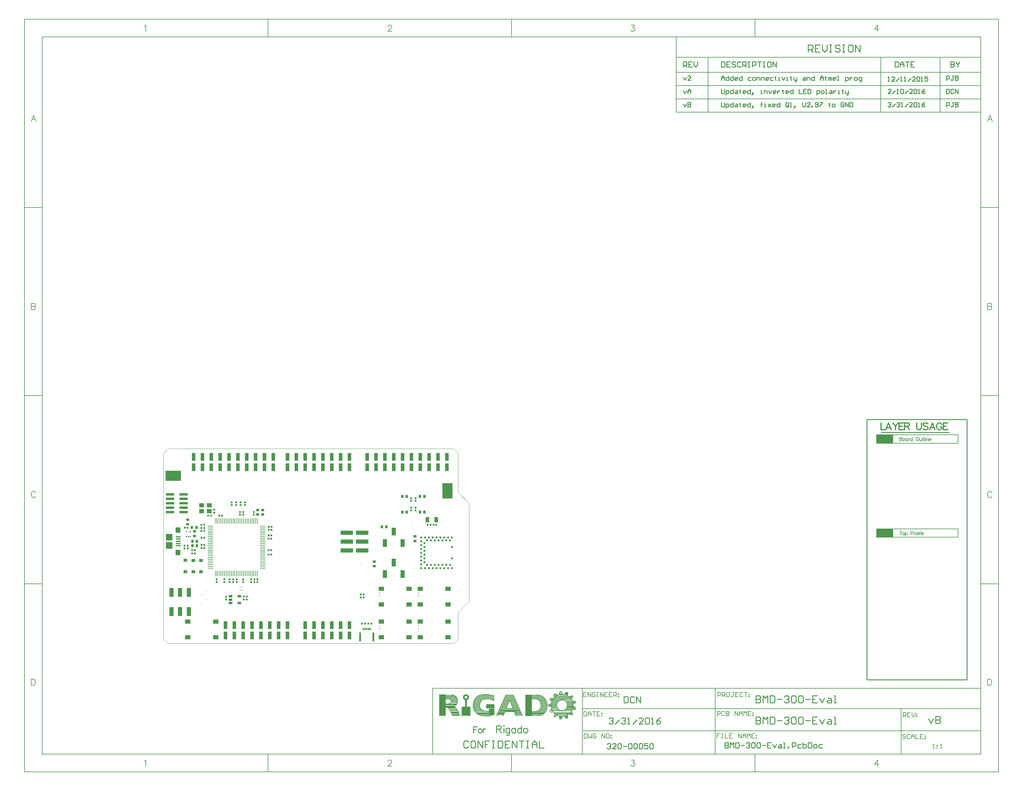
<source format=gtp>
G04 Layer_Color=8421504*
%FSLAX25Y25*%
%MOIN*%
G70*
G01*
G75*
%ADD11R,0.00984X0.01417*%
%ADD14R,0.03543X0.02953*%
%ADD15R,0.05512X0.04528*%
%ADD16R,0.03937X0.06102*%
%ADD17R,0.04134X0.02598*%
%ADD18R,0.00984X0.06102*%
%ADD19R,0.06102X0.00984*%
%ADD20R,0.01929X0.01929*%
%ADD21R,0.11811X0.17716*%
%ADD22R,0.17716X0.11811*%
%ADD24R,0.04724X0.09843*%
%ADD25R,0.06102X0.05118*%
%ADD26R,0.05906X0.05118*%
%ADD27R,0.02953X0.03543*%
%ADD28R,0.02165X0.02047*%
%ADD29R,0.02047X0.02165*%
%ADD30R,0.02441X0.02441*%
%ADD31R,0.00787X0.00984*%
%ADD32R,0.05000X0.08661*%
%ADD33R,0.14488X0.05000*%
%ADD34R,0.04016X0.08622*%
%ADD35R,0.07480X0.07480*%
%ADD36R,0.05315X0.01575*%
%ADD37R,0.05512X0.06299*%
%ADD38R,0.09449X0.02992*%
%ADD40R,0.01378X0.03150*%
%ADD41R,0.02362X0.10236*%
%ADD42R,0.04016X0.03465*%
%ADD43R,0.01181X0.01772*%
%ADD46C,0.01000*%
%ADD50C,0.00787*%
%ADD51C,0.00500*%
%ADD52R,0.19000X0.09500*%
%ADD53C,0.00200*%
%ADD54C,0.01180*%
%ADD55C,0.00700*%
%ADD56R,0.02000X0.07500*%
%ADD57R,0.17300X0.00300*%
%ADD58R,0.20400X0.00300*%
%ADD59R,0.07400X0.24300*%
%ADD60R,0.19900X0.00500*%
%ADD61R,0.00400X0.00300*%
%ADD62R,0.00700X0.00300*%
%ADD63R,0.00400X0.00333*%
%ADD64R,0.00300X0.00400*%
%ADD65R,0.00300X0.00300*%
%ADD66R,0.07400X0.00397*%
%ADD67R,0.07500X0.00390*%
%ADD68R,0.13000X0.00397*%
%ADD69R,0.01400X0.00300*%
%ADD70R,0.02300X0.00400*%
%ADD71R,0.02300X0.00300*%
%ADD72R,0.01600X0.00500*%
%ADD73R,0.02500X0.00300*%
%ADD74R,0.02300X0.00500*%
%ADD75R,0.03000X0.00400*%
%ADD76R,0.02900X0.00400*%
%ADD77R,0.03000X0.00300*%
%ADD78R,0.03100X0.00400*%
%ADD79R,0.02800X0.00500*%
%ADD80R,0.03600X0.01300*%
%ADD81R,0.00900X0.00400*%
%ADD82R,0.03300X0.00300*%
%ADD83R,0.01700X0.00300*%
%ADD84R,0.03600X0.00300*%
%ADD85R,0.04600X0.00300*%
%ADD86R,0.09300X0.00400*%
%ADD87R,0.12800X0.00400*%
%ADD88R,0.08300X0.00400*%
%ADD89R,0.10000X0.00400*%
%ADD90R,0.14400X0.00400*%
%ADD91R,0.10300X0.00300*%
%ADD92R,0.14800X0.00300*%
%ADD93R,0.08500X0.00300*%
%ADD94R,0.12600X0.00300*%
%ADD95R,0.15800X0.00300*%
%ADD96R,0.11200X0.00400*%
%ADD97R,0.03500X0.00300*%
%ADD98R,0.16000X0.00300*%
%ADD99R,0.08900X0.00300*%
%ADD100R,0.14700X0.00300*%
%ADD101R,0.16700X0.00400*%
%ADD102R,0.15200X0.00400*%
%ADD103R,0.16800X0.00400*%
%ADD104R,0.17000X0.00400*%
%ADD105R,0.17500X0.00500*%
%ADD106R,0.01200X0.00400*%
%ADD107R,0.15000X0.00300*%
%ADD108R,0.09300X0.00300*%
%ADD109R,0.18000X0.00300*%
%ADD110R,0.17800X0.00400*%
%ADD111R,0.01700X0.00400*%
%ADD112R,0.15700X0.00300*%
%ADD113R,0.18600X0.00300*%
%ADD114R,0.09700X0.00300*%
%ADD115R,0.18700X0.00300*%
%ADD116R,0.18300X0.00400*%
%ADD117R,0.02800X0.00600*%
%ADD118R,0.15700X0.00400*%
%ADD119R,0.19000X0.00400*%
%ADD120R,0.19300X0.00400*%
%ADD121R,0.18800X0.00500*%
%ADD122R,0.03900X0.00400*%
%ADD123R,0.16400X0.00300*%
%ADD124R,0.19600X0.00300*%
%ADD125R,0.19700X0.00300*%
%ADD126R,0.19000X0.00300*%
%ADD127R,0.20700X0.00300*%
%ADD128R,0.20100X0.00300*%
%ADD129R,0.10600X0.00300*%
%ADD130R,0.20000X0.00300*%
%ADD131R,0.19400X0.00300*%
%ADD132R,0.20300X0.00400*%
%ADD133R,0.10900X0.00400*%
%ADD134R,0.20500X0.00400*%
%ADD135R,0.19500X0.00400*%
%ADD136R,0.20600X0.00300*%
%ADD137R,0.11100X0.00300*%
%ADD138R,0.20800X0.00300*%
%ADD139R,0.21000X0.00300*%
%ADD140R,0.11300X0.00300*%
%ADD141R,0.21100X0.00300*%
%ADD142R,0.19800X0.00300*%
%ADD143R,0.20700X0.00400*%
%ADD144R,0.00600X0.00400*%
%ADD145R,0.21400X0.00400*%
%ADD146R,0.11700X0.00400*%
%ADD147R,0.21300X0.00400*%
%ADD148R,0.20100X0.00400*%
%ADD149R,0.02200X0.00400*%
%ADD150R,0.21700X0.00300*%
%ADD151R,0.12000X0.00300*%
%ADD152R,0.20200X0.00300*%
%ADD153R,0.03400X0.00300*%
%ADD154R,0.12700X0.00300*%
%ADD155R,0.12300X0.00300*%
%ADD156R,0.05900X0.00400*%
%ADD157R,0.09900X0.00300*%
%ADD158R,0.24200X0.00400*%
%ADD159R,0.12600X0.00400*%
%ADD160R,0.04100X0.00500*%
%ADD161R,0.10800X0.00400*%
%ADD162R,0.08600X0.00400*%
%ADD163R,0.24300X0.00300*%
%ADD164R,0.12900X0.00300*%
%ADD165R,0.03200X0.00300*%
%ADD166R,0.10000X0.00300*%
%ADD167R,0.07900X0.00300*%
%ADD168R,0.24500X0.00300*%
%ADD169R,0.08300X0.00300*%
%ADD170R,0.13300X0.00300*%
%ADD171R,0.02200X0.00500*%
%ADD172R,0.07800X0.00300*%
%ADD173R,0.10400X0.00400*%
%ADD174R,0.13000X0.00400*%
%ADD175R,0.08400X0.00400*%
%ADD176R,0.13700X0.00400*%
%ADD177R,0.01300X0.00400*%
%ADD178R,0.09400X0.00400*%
%ADD179R,0.07900X0.00400*%
%ADD180R,0.09100X0.00400*%
%ADD181R,0.11000X0.00300*%
%ADD182R,0.08000X0.00300*%
%ADD183R,0.13800X0.00300*%
%ADD184R,0.01100X0.00300*%
%ADD185R,0.09000X0.00300*%
%ADD186R,0.07600X0.00300*%
%ADD187R,0.08400X0.00300*%
%ADD188R,0.06700X0.00300*%
%ADD189R,0.07000X0.00300*%
%ADD190R,0.07700X0.00300*%
%ADD191R,0.07700X0.00400*%
%ADD192R,0.07000X0.00400*%
%ADD193R,0.06700X0.00400*%
%ADD194R,0.08700X0.00400*%
%ADD195R,0.07500X0.00300*%
%ADD196R,0.06600X0.00300*%
%ADD197R,0.08600X0.00300*%
%ADD198R,0.06900X0.00300*%
%ADD199R,0.07400X0.00300*%
%ADD200R,0.10600X0.00400*%
%ADD201R,0.07100X0.00400*%
%ADD202R,0.07300X0.00400*%
%ADD203R,0.06600X0.00400*%
%ADD204R,0.08000X0.00400*%
%ADD205R,0.10400X0.00300*%
%ADD206R,0.07200X0.00300*%
%ADD207R,0.06800X0.00300*%
%ADD208R,0.07300X0.00300*%
%ADD209R,0.06900X0.00400*%
%ADD210R,0.07400X0.00400*%
%ADD211R,0.07100X0.00300*%
%ADD212R,0.06300X0.00400*%
%ADD213R,0.08100X0.00400*%
%ADD214R,0.11600X0.00300*%
%ADD215R,0.06400X0.00300*%
%ADD216R,0.08700X0.00300*%
%ADD217R,0.07200X0.00400*%
%ADD218R,0.09700X0.04700*%
%ADD219R,0.18900X0.00600*%
%ADD220R,0.09400X0.00300*%
%ADD221R,0.09200X0.00300*%
%ADD222R,0.18800X0.00300*%
%ADD223R,0.06400X0.00400*%
%ADD224R,0.09500X0.00400*%
%ADD225R,0.07800X0.00400*%
%ADD226R,0.18800X0.00400*%
%ADD227R,0.18200X0.00400*%
%ADD228R,0.17700X0.00300*%
%ADD229R,0.09000X0.00400*%
%ADD230R,0.07500X0.00400*%
%ADD231R,0.17200X0.00500*%
%ADD232R,0.16900X0.00600*%
%ADD233R,0.08400X0.00500*%
%ADD234R,0.06500X0.00400*%
%ADD235R,0.09100X0.00300*%
%ADD236R,0.17900X0.00300*%
%ADD237R,0.09600X0.00300*%
%ADD238R,0.06658X0.00300*%
%ADD239R,0.08800X0.00500*%
%ADD240R,0.10100X0.00400*%
%ADD241R,0.22000X0.00300*%
%ADD242R,0.06300X0.07000*%
%ADD243R,0.08100X0.00300*%
%ADD244R,0.22300X0.00400*%
%ADD245R,0.10900X0.00300*%
%ADD246R,0.22600X0.00300*%
%ADD247R,0.22900X0.00300*%
%ADD248R,0.09700X0.00400*%
%ADD249R,0.23300X0.00400*%
%ADD250R,0.08200X0.00400*%
%ADD251R,0.23500X0.00300*%
%ADD252R,0.23800X0.00500*%
%ADD253R,0.24500X0.00400*%
%ADD254R,0.24000X0.00400*%
%ADD255R,0.24600X0.00300*%
%ADD256R,0.08900X0.00400*%
%ADD257R,0.01000X0.00400*%
%ADD258R,0.07600X0.00400*%
%ADD259R,0.21700X0.00400*%
%ADD260R,0.21600X0.00300*%
%ADD261R,0.20500X0.00300*%
%ADD262R,0.00600X0.00300*%
%ADD263R,0.21900X0.00300*%
%ADD264R,0.21100X0.00400*%
%ADD265R,0.20400X0.00400*%
%ADD266R,0.22000X0.00400*%
%ADD267R,0.21000X0.00400*%
%ADD268R,0.07900X0.00600*%
%ADD269R,0.21500X0.00300*%
%ADD270R,0.20200X0.00400*%
%ADD271R,0.20300X0.00300*%
%ADD272R,0.20300X0.00500*%
%ADD273R,0.07500X0.00500*%
%ADD274R,0.19600X0.00400*%
%ADD275R,0.03700X0.00300*%
%ADD276R,0.19200X0.00300*%
%ADD277R,0.02600X0.00300*%
%ADD278R,0.19900X0.00300*%
%ADD279R,0.15400X0.00400*%
%ADD280R,0.00800X0.00300*%
%ADD281R,0.15300X0.00300*%
%ADD282R,0.17000X0.00300*%
%ADD283R,0.08200X0.00300*%
%ADD284R,0.15300X0.00400*%
%ADD285R,0.18300X0.00300*%
%ADD286R,0.11000X0.00400*%
%ADD287R,0.03300X0.00400*%
%ADD288R,0.17600X0.00400*%
%ADD289R,0.13300X0.00400*%
%ADD290R,0.07900X0.00500*%
%ADD291R,0.07400X0.00430*%
%ADD292R,0.07300X0.24000*%
%ADD293R,0.03700X0.00397*%
%ADD294R,0.05300X0.00397*%
%ADD295R,0.03000X0.00397*%
%ADD296R,0.06700X0.00356*%
%ADD297R,0.03300X0.00333*%
%ADD298R,0.02000X0.00333*%
%ADD299R,0.03100X0.00333*%
%ADD300R,0.01200X0.00333*%
%ADD301R,0.02900X0.00333*%
%ADD302R,0.03000X0.00408*%
%ADD303R,0.02700X0.00333*%
%ADD304R,0.03000X0.00333*%
%ADD305R,0.02300X0.00333*%
%ADD306R,0.03000X0.00333*%
%ADD307R,0.02200X0.00333*%
%ADD308R,0.02500X0.00333*%
%ADD309R,0.01300X0.00426*%
%ADD310R,0.02300X0.00333*%
%ADD311R,0.02000X0.00469*%
%ADD312R,0.18109X0.00300*%
%ADD313R,0.02983X0.00600*%
%ADD314R,0.16055X0.00400*%
%ADD315R,0.08066X0.00300*%
%ADD316R,0.10834X0.00300*%
%ADD317R,0.07366X0.00300*%
%ADD318R,0.08294X0.00400*%
%ADD319R,0.09383X0.00400*%
%ADD320R,0.09283X0.00300*%
%ADD321R,0.06560X0.00300*%
%ADD322R,0.21453X0.00400*%
%ADD323R,0.08482X0.00400*%
%ADD324R,0.08428X0.00300*%
%ADD325R,0.08160X0.00400*%
%ADD326R,0.20477X0.00400*%
%ADD327R,0.08049X0.00600*%
%ADD328R,0.08000X0.00432*%
%ADD329R,0.02600X0.00427*%
%ADD342C,0.00000*%
%ADD343C,0.00787*%
G36*
X345861Y-71286D02*
X346192Y-71507D01*
X346413Y-71838D01*
X346491Y-72228D01*
X346471D01*
X346491Y-80728D01*
X346413Y-81119D01*
X346192Y-81449D01*
X345861Y-81670D01*
X345471Y-81748D01*
Y-81728D01*
X337471Y-81748D01*
X337081Y-81670D01*
X336750Y-81449D01*
X336529Y-81119D01*
X336451Y-80728D01*
X336471D01*
X336451Y-72228D01*
X336529Y-71838D01*
X336750Y-71507D01*
X337081Y-71286D01*
X337471Y-71209D01*
Y-71228D01*
X345471Y-71209D01*
X345861Y-71286D01*
D02*
G37*
D11*
X244000Y20000D02*
D03*
Y16693D02*
D03*
X288000Y20000D02*
D03*
Y16693D02*
D03*
Y57000D02*
D03*
Y53693D02*
D03*
X244000Y57153D02*
D03*
Y53847D02*
D03*
D14*
X283917Y121024D02*
D03*
Y115905D02*
D03*
X238000Y92559D02*
D03*
Y87441D02*
D03*
X34803Y121575D02*
D03*
Y126693D02*
D03*
X27200Y139859D02*
D03*
Y134741D02*
D03*
X111839Y150909D02*
D03*
Y145791D02*
D03*
X106339Y150909D02*
D03*
Y145791D02*
D03*
D15*
X43008Y149504D02*
D03*
X51669D02*
D03*
X43008Y156197D02*
D03*
X51669D02*
D03*
D16*
X297768Y139720D02*
D03*
X308004D02*
D03*
D17*
X85447Y45821D02*
D03*
X75605D02*
D03*
X85447Y53302D02*
D03*
X75605Y49561D02*
D03*
Y53302D02*
D03*
D18*
X58716Y79224D02*
D03*
X60685D02*
D03*
X62653D02*
D03*
X64622D02*
D03*
X66590D02*
D03*
X68559D02*
D03*
X70527D02*
D03*
X72496D02*
D03*
X74465D02*
D03*
X76433D02*
D03*
X78402D02*
D03*
X80370D02*
D03*
X82339D02*
D03*
X84307D02*
D03*
X86276D02*
D03*
X88244D02*
D03*
X90213D02*
D03*
X92181D02*
D03*
X94150D02*
D03*
X96118D02*
D03*
X98087D02*
D03*
X100055D02*
D03*
X102024D02*
D03*
X103992D02*
D03*
X105961D02*
D03*
Y138476D02*
D03*
X103992D02*
D03*
X102024D02*
D03*
X100055D02*
D03*
X98087D02*
D03*
X96118D02*
D03*
X94150D02*
D03*
X92181D02*
D03*
X90213D02*
D03*
X88244D02*
D03*
X86276D02*
D03*
X84307D02*
D03*
X82339D02*
D03*
X80370D02*
D03*
X78402D02*
D03*
X76433D02*
D03*
X74465D02*
D03*
X72496D02*
D03*
X70527D02*
D03*
X68559D02*
D03*
X66590D02*
D03*
X64622D02*
D03*
X62653D02*
D03*
X60685D02*
D03*
X58716D02*
D03*
D19*
X111965Y85228D02*
D03*
Y87197D02*
D03*
Y89165D02*
D03*
Y91134D02*
D03*
Y93102D02*
D03*
Y95071D02*
D03*
Y97039D02*
D03*
Y99008D02*
D03*
Y100976D02*
D03*
Y102945D02*
D03*
Y104913D02*
D03*
Y106882D02*
D03*
Y108850D02*
D03*
Y110819D02*
D03*
Y112787D02*
D03*
Y114756D02*
D03*
Y116724D02*
D03*
Y118693D02*
D03*
Y120661D02*
D03*
Y122630D02*
D03*
Y124598D02*
D03*
Y126567D02*
D03*
Y128535D02*
D03*
Y130504D02*
D03*
Y132472D02*
D03*
X52713D02*
D03*
Y130504D02*
D03*
Y128535D02*
D03*
Y126567D02*
D03*
Y124598D02*
D03*
Y122630D02*
D03*
Y120661D02*
D03*
Y118693D02*
D03*
Y116724D02*
D03*
Y114756D02*
D03*
Y112787D02*
D03*
Y110819D02*
D03*
Y108850D02*
D03*
Y106882D02*
D03*
Y104913D02*
D03*
Y102945D02*
D03*
Y100976D02*
D03*
Y99008D02*
D03*
Y97039D02*
D03*
Y95071D02*
D03*
Y93102D02*
D03*
Y91134D02*
D03*
Y89165D02*
D03*
Y87197D02*
D03*
Y85228D02*
D03*
D20*
X323484Y88740D02*
D03*
X319153D02*
D03*
X314823D02*
D03*
X310492D02*
D03*
X306161D02*
D03*
X301831D02*
D03*
X297500D02*
D03*
X325650Y85197D02*
D03*
X321319D02*
D03*
X316988D02*
D03*
X312657D02*
D03*
X308327D02*
D03*
X303996D02*
D03*
X299665D02*
D03*
X295335D02*
D03*
X294547Y91693D02*
D03*
Y96024D02*
D03*
Y100354D02*
D03*
Y104685D02*
D03*
Y109016D02*
D03*
Y113347D02*
D03*
X291004Y85197D02*
D03*
Y89528D02*
D03*
Y93858D02*
D03*
Y98189D02*
D03*
Y102520D02*
D03*
Y106850D02*
D03*
Y111181D02*
D03*
Y115512D02*
D03*
Y119843D02*
D03*
X325650D02*
D03*
X323484Y116299D02*
D03*
X321319Y119843D02*
D03*
X316988D02*
D03*
X312657D02*
D03*
X308327D02*
D03*
X303996D02*
D03*
X299665D02*
D03*
X295335D02*
D03*
X319153Y116299D02*
D03*
X314823D02*
D03*
X310492D02*
D03*
X306161D02*
D03*
X301831D02*
D03*
X297500D02*
D03*
X325650Y96024D02*
D03*
Y109016D02*
D03*
D21*
X320500Y172500D02*
D03*
D22*
X11000Y189500D02*
D03*
D24*
X8819Y57894D02*
D03*
X28504D02*
D03*
X18661D02*
D03*
Y36240D02*
D03*
X28504D02*
D03*
X8819D02*
D03*
D25*
X58748Y7142D02*
D03*
X27252D02*
D03*
Y24858D02*
D03*
X321248Y7142D02*
D03*
X289752D02*
D03*
Y24858D02*
D03*
X277248Y7142D02*
D03*
X245752D02*
D03*
Y24858D02*
D03*
X321248Y44142D02*
D03*
X289752D02*
D03*
Y61858D02*
D03*
X277248Y44142D02*
D03*
X245752D02*
D03*
Y61858D02*
D03*
D26*
X58748Y24858D02*
D03*
X321248D02*
D03*
X277248D02*
D03*
X321248Y61858D02*
D03*
X277248D02*
D03*
D27*
X251559Y131600D02*
D03*
X246441D02*
D03*
X37067Y131122D02*
D03*
X31949D02*
D03*
X289441Y148500D02*
D03*
X294559D02*
D03*
X274559D02*
D03*
X269441D02*
D03*
X289441Y166000D02*
D03*
X294559D02*
D03*
X274559D02*
D03*
X269441D02*
D03*
X32551Y115315D02*
D03*
X37669D02*
D03*
X32551Y110315D02*
D03*
X37669D02*
D03*
D28*
X27122Y107331D02*
D03*
Y110480D02*
D03*
X102500Y69425D02*
D03*
Y72575D02*
D03*
X90000Y69425D02*
D03*
Y72575D02*
D03*
X106000D02*
D03*
Y69425D02*
D03*
X68500Y72650D02*
D03*
Y69500D02*
D03*
X87000Y156425D02*
D03*
Y159575D02*
D03*
X93900Y52975D02*
D03*
Y49825D02*
D03*
X78500Y69425D02*
D03*
Y72575D02*
D03*
X82500Y69425D02*
D03*
Y72575D02*
D03*
X77000Y159575D02*
D03*
Y156425D02*
D03*
X92000Y159575D02*
D03*
Y156425D02*
D03*
X82000Y159575D02*
D03*
Y156425D02*
D03*
X284500Y153500D02*
D03*
Y150350D02*
D03*
X279500Y153575D02*
D03*
Y150425D02*
D03*
X284500Y164075D02*
D03*
Y160925D02*
D03*
X279500Y164150D02*
D03*
Y161000D02*
D03*
X226000Y52225D02*
D03*
Y55375D02*
D03*
X222500Y52225D02*
D03*
Y55375D02*
D03*
X90400Y52975D02*
D03*
Y49825D02*
D03*
X70683Y52908D02*
D03*
Y49758D02*
D03*
X23622Y110480D02*
D03*
Y107331D02*
D03*
X101839Y145276D02*
D03*
Y148425D02*
D03*
X99000Y72575D02*
D03*
Y69425D02*
D03*
X89839Y145276D02*
D03*
Y148425D02*
D03*
X86339Y145276D02*
D03*
Y148425D02*
D03*
X74500Y72575D02*
D03*
Y69425D02*
D03*
X60000Y72575D02*
D03*
Y69425D02*
D03*
X57339Y150925D02*
D03*
Y147776D02*
D03*
D29*
X121575Y118500D02*
D03*
X118425D02*
D03*
X118764Y131850D02*
D03*
X121913D02*
D03*
X32047Y101594D02*
D03*
X35197D02*
D03*
X32047Y105433D02*
D03*
X35197D02*
D03*
X26975Y130600D02*
D03*
X23825D02*
D03*
X118425Y122000D02*
D03*
X121575D02*
D03*
X118425Y105500D02*
D03*
X121575D02*
D03*
X118425Y100500D02*
D03*
X121575D02*
D03*
X118764Y128350D02*
D03*
X121913D02*
D03*
X62764Y144350D02*
D03*
X65913D02*
D03*
X50264D02*
D03*
X53413D02*
D03*
X45799Y126957D02*
D03*
X42650D02*
D03*
X45913Y107850D02*
D03*
X42764D02*
D03*
X45913Y119350D02*
D03*
X42764D02*
D03*
X45913Y111350D02*
D03*
X42764D02*
D03*
X298311Y134221D02*
D03*
X301461D02*
D03*
X307961D02*
D03*
X304811D02*
D03*
X231335Y22551D02*
D03*
X234484D02*
D03*
X224335D02*
D03*
X227484D02*
D03*
D30*
X42453Y133957D02*
D03*
X45996D02*
D03*
X42453Y130457D02*
D03*
X45996D02*
D03*
D31*
X86122Y60228D02*
D03*
X87500D02*
D03*
X88878D02*
D03*
X86122Y63772D02*
D03*
X88878D02*
D03*
X87500D02*
D03*
D32*
X250000Y78504D02*
D03*
X260000Y91496D02*
D03*
X270000Y78504D02*
D03*
X250000Y113504D02*
D03*
X260000Y126496D02*
D03*
X270000Y113504D02*
D03*
D33*
X206760Y125000D02*
D03*
X224240D02*
D03*
X206760Y115000D02*
D03*
X224240D02*
D03*
X206760Y105000D02*
D03*
X224240D02*
D03*
D34*
X320000Y210768D02*
D03*
X260000D02*
D03*
X320000Y199232D02*
D03*
X260000D02*
D03*
X310000Y210768D02*
D03*
X300000Y210768D02*
D03*
X280000D02*
D03*
X270000D02*
D03*
X240000D02*
D03*
X230000D02*
D03*
X310000Y199232D02*
D03*
X300000D02*
D03*
X280000D02*
D03*
X270000D02*
D03*
X240000D02*
D03*
X230000D02*
D03*
X290000Y210768D02*
D03*
X250000Y210768D02*
D03*
X290000Y199232D02*
D03*
X250000D02*
D03*
X190000Y20768D02*
D03*
X190000Y9232D02*
D03*
X210000Y20768D02*
D03*
X200000D02*
D03*
X170000D02*
D03*
X160000D02*
D03*
X210000Y9232D02*
D03*
X200000D02*
D03*
X170000D02*
D03*
X160000D02*
D03*
X180000Y20768D02*
D03*
Y9232D02*
D03*
X170000Y210768D02*
D03*
Y199232D02*
D03*
X210000Y210768D02*
D03*
X180000D02*
D03*
X190000Y210768D02*
D03*
X140000Y210768D02*
D03*
X150000D02*
D03*
X210000Y199232D02*
D03*
X180000D02*
D03*
X190000D02*
D03*
X140000D02*
D03*
X150000D02*
D03*
X200000Y210768D02*
D03*
X160000D02*
D03*
X200000Y199232D02*
D03*
X160000D02*
D03*
X124000Y210768D02*
D03*
X64000D02*
D03*
X124000Y199232D02*
D03*
X64000D02*
D03*
X114000Y210768D02*
D03*
X104000Y210768D02*
D03*
X84000D02*
D03*
X74000D02*
D03*
X44000D02*
D03*
X34000D02*
D03*
X114000Y199232D02*
D03*
X104000D02*
D03*
X84000D02*
D03*
X74000D02*
D03*
X44000D02*
D03*
X34000D02*
D03*
X94000Y210768D02*
D03*
X54000Y210768D02*
D03*
X94000Y199232D02*
D03*
X54000D02*
D03*
X100000Y20768D02*
D03*
Y9232D02*
D03*
X140000Y20768D02*
D03*
X110000D02*
D03*
X120000Y20768D02*
D03*
X70000Y20768D02*
D03*
X80000D02*
D03*
X140000Y9232D02*
D03*
X110000D02*
D03*
X120000D02*
D03*
X70000D02*
D03*
X80000D02*
D03*
X130000Y20768D02*
D03*
X90000D02*
D03*
X130000Y9232D02*
D03*
X90000D02*
D03*
D35*
X6159Y120098D02*
D03*
Y110650D02*
D03*
D36*
X16691Y110256D02*
D03*
Y112815D02*
D03*
Y115374D02*
D03*
Y117933D02*
D03*
Y120492D02*
D03*
D37*
X16297Y127972D02*
D03*
Y102776D02*
D03*
D38*
X22677Y148500D02*
D03*
Y153500D02*
D03*
Y158500D02*
D03*
Y163500D02*
D03*
Y168500D02*
D03*
X7323D02*
D03*
Y163500D02*
D03*
Y158500D02*
D03*
Y153500D02*
D03*
Y148500D02*
D03*
D40*
X233347Y16306D02*
D03*
X225472D02*
D03*
X227441D02*
D03*
X229410D02*
D03*
X231378D02*
D03*
D41*
X221929Y7251D02*
D03*
X236890D02*
D03*
D42*
X24570Y81094D02*
D03*
Y93929D02*
D03*
X33428Y81075D02*
D03*
Y93910D02*
D03*
X42188Y81075D02*
D03*
Y93910D02*
D03*
D43*
X26032Y120843D02*
D03*
X28000D02*
D03*
X29969D02*
D03*
Y126157D02*
D03*
X26032D02*
D03*
D46*
X794171Y-40800D02*
Y253200D01*
X907171D01*
Y-40800D02*
Y253200D01*
X794171Y-40800D02*
X907171D01*
X810171Y238448D02*
X887171D01*
X344332Y-111135D02*
X342999Y-109803D01*
X340333D01*
X339000Y-111135D01*
Y-116467D01*
X340333Y-117800D01*
X342999D01*
X344332Y-116467D01*
X350996Y-109803D02*
X348330D01*
X346997Y-111135D01*
Y-116467D01*
X348330Y-117800D01*
X350996D01*
X352329Y-116467D01*
Y-111135D01*
X350996Y-109803D01*
X354995Y-117800D02*
Y-109803D01*
X360326Y-117800D01*
Y-109803D01*
X368324D02*
X362992D01*
Y-113801D01*
X365658D01*
X362992D01*
Y-117800D01*
X370990Y-109803D02*
X373655D01*
X372323D01*
Y-117800D01*
X370990D01*
X373655D01*
X377654Y-109803D02*
Y-117800D01*
X381653D01*
X382986Y-116467D01*
Y-111135D01*
X381653Y-109803D01*
X377654D01*
X390983D02*
X385652D01*
Y-117800D01*
X390983D01*
X385652Y-113801D02*
X388317D01*
X393649Y-117800D02*
Y-109803D01*
X398981Y-117800D01*
Y-109803D01*
X401646D02*
X406978D01*
X404312D01*
Y-117800D01*
X409644Y-109803D02*
X412310D01*
X410977D01*
Y-117800D01*
X409644D01*
X412310D01*
X416308D02*
Y-112468D01*
X418974Y-109803D01*
X421640Y-112468D01*
Y-117800D01*
Y-113801D01*
X416308D01*
X424306Y-109803D02*
Y-117800D01*
X429637D01*
X884000Y606200D02*
Y611198D01*
X886499D01*
X887332Y610365D01*
Y608699D01*
X886499Y607866D01*
X884000D01*
X892331Y611198D02*
X890664D01*
X891498D01*
Y607033D01*
X890664Y606200D01*
X889831D01*
X888998Y607033D01*
X893997Y611198D02*
Y606200D01*
X896496D01*
X897329Y607033D01*
Y607866D01*
X896496Y608699D01*
X893997D01*
X896496D01*
X897329Y609532D01*
Y610365D01*
X896496Y611198D01*
X893997D01*
X818000Y610365D02*
X818833Y611198D01*
X820499D01*
X821332Y610365D01*
Y609532D01*
X820499Y608699D01*
X819666D01*
X820499D01*
X821332Y607866D01*
Y607033D01*
X820499Y606200D01*
X818833D01*
X818000Y607033D01*
X822998Y606200D02*
X826331Y609532D01*
X827997Y610365D02*
X828830Y611198D01*
X830496D01*
X831329Y610365D01*
Y609532D01*
X830496Y608699D01*
X829663D01*
X830496D01*
X831329Y607866D01*
Y607033D01*
X830496Y606200D01*
X828830D01*
X827997Y607033D01*
X832995Y606200D02*
X834661D01*
X833828D01*
Y611198D01*
X832995Y610365D01*
X837160Y606200D02*
X840493Y609532D01*
X845491Y606200D02*
X842159D01*
X845491Y609532D01*
Y610365D01*
X844658Y611198D01*
X842992D01*
X842159Y610365D01*
X847157D02*
X847990Y611198D01*
X849656D01*
X850490Y610365D01*
Y607033D01*
X849656Y606200D01*
X847990D01*
X847157Y607033D01*
Y610365D01*
X852156Y606200D02*
X853822D01*
X852989D01*
Y611198D01*
X852156Y610365D01*
X859653Y611198D02*
X857987Y610365D01*
X856321Y608699D01*
Y607033D01*
X857154Y606200D01*
X858820D01*
X859653Y607033D01*
Y607866D01*
X858820Y608699D01*
X856321D01*
X630000Y611198D02*
Y607033D01*
X630833Y606200D01*
X632499D01*
X633332Y607033D01*
Y611198D01*
X634998Y604534D02*
Y609532D01*
X637498D01*
X638331Y608699D01*
Y607033D01*
X637498Y606200D01*
X634998D01*
X643329Y611198D02*
Y606200D01*
X640830D01*
X639997Y607033D01*
Y608699D01*
X640830Y609532D01*
X643329D01*
X645828D02*
X647494D01*
X648327Y608699D01*
Y606200D01*
X645828D01*
X644995Y607033D01*
X645828Y607866D01*
X648327D01*
X650827Y610365D02*
Y609532D01*
X649994D01*
X651660D01*
X650827D01*
Y607033D01*
X651660Y606200D01*
X656658D02*
X654992D01*
X654159Y607033D01*
Y608699D01*
X654992Y609532D01*
X656658D01*
X657491Y608699D01*
Y607866D01*
X654159D01*
X662490Y611198D02*
Y606200D01*
X659990D01*
X659157Y607033D01*
Y608699D01*
X659990Y609532D01*
X662490D01*
X664989Y605367D02*
X665822Y606200D01*
Y607033D01*
X664989D01*
Y606200D01*
X665822D01*
X664989Y605367D01*
X664156Y604534D01*
X674985Y606200D02*
Y610365D01*
Y608699D01*
X674152D01*
X675818D01*
X674985D01*
Y610365D01*
X675818Y611198D01*
X678318Y606200D02*
X679984D01*
X679151D01*
Y609532D01*
X678318D01*
X682483D02*
X685815Y606200D01*
X684149Y607866D01*
X685815Y609532D01*
X682483Y606200D01*
X689981D02*
X688314D01*
X687481Y607033D01*
Y608699D01*
X688314Y609532D01*
X689981D01*
X690814Y608699D01*
Y607866D01*
X687481D01*
X695812Y611198D02*
Y606200D01*
X693313D01*
X692480Y607033D01*
Y608699D01*
X693313Y609532D01*
X695812D01*
X705809Y607033D02*
Y610365D01*
X704976Y611198D01*
X703310D01*
X702477Y610365D01*
Y607033D01*
X703310Y606200D01*
X704976D01*
X704143Y607866D02*
X705809Y606200D01*
X704976D02*
X705809Y607033D01*
X707475Y606200D02*
X709141D01*
X708308D01*
Y611198D01*
X707475Y610365D01*
X712473Y605367D02*
X713306Y606200D01*
Y607033D01*
X712473D01*
Y606200D01*
X713306D01*
X712473Y605367D01*
X711640Y604534D01*
X721637Y611198D02*
Y607033D01*
X722470Y606200D01*
X724136D01*
X724969Y607033D01*
Y611198D01*
X729968Y606200D02*
X726635D01*
X729968Y609532D01*
Y610365D01*
X729135Y611198D01*
X727468D01*
X726635Y610365D01*
X731634Y606200D02*
Y607033D01*
X732467D01*
Y606200D01*
X731634D01*
X735799Y607033D02*
X736632Y606200D01*
X738298D01*
X739131Y607033D01*
Y610365D01*
X738298Y611198D01*
X736632D01*
X735799Y610365D01*
Y609532D01*
X736632Y608699D01*
X739131D01*
X740797Y611198D02*
X744130D01*
Y610365D01*
X740797Y607033D01*
Y606200D01*
X751627Y610365D02*
Y609532D01*
X750794D01*
X752460D01*
X751627D01*
Y607033D01*
X752460Y606200D01*
X755793D02*
X757459D01*
X758292Y607033D01*
Y608699D01*
X757459Y609532D01*
X755793D01*
X754959Y608699D01*
Y607033D01*
X755793Y606200D01*
X768289Y610365D02*
X767455Y611198D01*
X765789D01*
X764956Y610365D01*
Y607033D01*
X765789Y606200D01*
X767455D01*
X768289Y607033D01*
Y608699D01*
X766622D01*
X769955Y606200D02*
Y611198D01*
X773287Y606200D01*
Y611198D01*
X774953D02*
Y606200D01*
X777452D01*
X778285Y607033D01*
Y610365D01*
X777452Y611198D01*
X774953D01*
X587000Y609532D02*
X588666Y606200D01*
X590332Y609532D01*
X591998Y611198D02*
Y606200D01*
X594498D01*
X595331Y607033D01*
Y607866D01*
X594498Y608699D01*
X591998D01*
X594498D01*
X595331Y609532D01*
Y610365D01*
X594498Y611198D01*
X591998D01*
X587000Y624532D02*
X588666Y621200D01*
X590332Y624532D01*
X591998Y621200D02*
Y624532D01*
X593665Y626198D01*
X595331Y624532D01*
Y621200D01*
Y623699D01*
X591998D01*
X630000Y626198D02*
Y622033D01*
X630833Y621200D01*
X632499D01*
X633332Y622033D01*
Y626198D01*
X634998Y619534D02*
Y624532D01*
X637498D01*
X638331Y623699D01*
Y622033D01*
X637498Y621200D01*
X634998D01*
X643329Y626198D02*
Y621200D01*
X640830D01*
X639997Y622033D01*
Y623699D01*
X640830Y624532D01*
X643329D01*
X645828D02*
X647494D01*
X648327Y623699D01*
Y621200D01*
X645828D01*
X644995Y622033D01*
X645828Y622866D01*
X648327D01*
X650827Y625365D02*
Y624532D01*
X649994D01*
X651660D01*
X650827D01*
Y622033D01*
X651660Y621200D01*
X656658D02*
X654992D01*
X654159Y622033D01*
Y623699D01*
X654992Y624532D01*
X656658D01*
X657491Y623699D01*
Y622866D01*
X654159D01*
X662490Y626198D02*
Y621200D01*
X659990D01*
X659157Y622033D01*
Y623699D01*
X659990Y624532D01*
X662490D01*
X664989Y620367D02*
X665822Y621200D01*
Y622033D01*
X664989D01*
Y621200D01*
X665822D01*
X664989Y620367D01*
X664156Y619534D01*
X674152Y621200D02*
X675818D01*
X674985D01*
Y624532D01*
X674152D01*
X678318Y621200D02*
Y624532D01*
X680817D01*
X681650Y623699D01*
Y621200D01*
X683316Y624532D02*
X684982Y621200D01*
X686648Y624532D01*
X690814Y621200D02*
X689148D01*
X688314Y622033D01*
Y623699D01*
X689148Y624532D01*
X690814D01*
X691647Y623699D01*
Y622866D01*
X688314D01*
X693313Y624532D02*
Y621200D01*
Y622866D01*
X694146Y623699D01*
X694979Y624532D01*
X695812D01*
X699144Y625365D02*
Y624532D01*
X698311D01*
X699977D01*
X699144D01*
Y622033D01*
X699977Y621200D01*
X704976D02*
X703310D01*
X702477Y622033D01*
Y623699D01*
X703310Y624532D01*
X704976D01*
X705809Y623699D01*
Y622866D01*
X702477D01*
X710807Y626198D02*
Y621200D01*
X708308D01*
X707475Y622033D01*
Y623699D01*
X708308Y624532D01*
X710807D01*
X717472Y626198D02*
Y621200D01*
X720804D01*
X725802Y626198D02*
X722470D01*
Y621200D01*
X725802D01*
X722470Y623699D02*
X724136D01*
X727468Y626198D02*
Y621200D01*
X729968D01*
X730801Y622033D01*
Y625365D01*
X729968Y626198D01*
X727468D01*
X737465Y619534D02*
Y624532D01*
X739964D01*
X740797Y623699D01*
Y622033D01*
X739964Y621200D01*
X737465D01*
X743297D02*
X744963D01*
X745796Y622033D01*
Y623699D01*
X744963Y624532D01*
X743297D01*
X742464Y623699D01*
Y622033D01*
X743297Y621200D01*
X747462D02*
X749128D01*
X748295D01*
Y626198D01*
X747462D01*
X752460Y624532D02*
X754127D01*
X754959Y623699D01*
Y621200D01*
X752460D01*
X751627Y622033D01*
X752460Y622866D01*
X754959D01*
X756626Y624532D02*
Y621200D01*
Y622866D01*
X757459Y623699D01*
X758292Y624532D01*
X759125D01*
X761624Y621200D02*
X763290D01*
X762457D01*
Y624532D01*
X761624D01*
X766622Y625365D02*
Y624532D01*
X765789D01*
X767455D01*
X766622D01*
Y622033D01*
X767455Y621200D01*
X769955Y624532D02*
Y622033D01*
X770788Y621200D01*
X773287D01*
Y620367D01*
X772454Y619534D01*
X771621D01*
X773287Y621200D02*
Y624532D01*
X821332Y621200D02*
X818000D01*
X821332Y624532D01*
Y625365D01*
X820499Y626198D01*
X818833D01*
X818000Y625365D01*
X822998Y621200D02*
X826331Y624532D01*
X827997Y621200D02*
X829663D01*
X828830D01*
Y626198D01*
X827997Y625365D01*
X832162D02*
X832995Y626198D01*
X834661D01*
X835494Y625365D01*
Y622033D01*
X834661Y621200D01*
X832995D01*
X832162Y622033D01*
Y625365D01*
X837160Y621200D02*
X840493Y624532D01*
X845491Y621200D02*
X842159D01*
X845491Y624532D01*
Y625365D01*
X844658Y626198D01*
X842992D01*
X842159Y625365D01*
X847157D02*
X847990Y626198D01*
X849656D01*
X850490Y625365D01*
Y622033D01*
X849656Y621200D01*
X847990D01*
X847157Y622033D01*
Y625365D01*
X852156Y621200D02*
X853822D01*
X852989D01*
Y626198D01*
X852156Y625365D01*
X859653Y626198D02*
X857987Y625365D01*
X856321Y623699D01*
Y622033D01*
X857154Y621200D01*
X858820D01*
X859653Y622033D01*
Y622866D01*
X858820Y623699D01*
X856321D01*
X884000Y626198D02*
Y621200D01*
X886499D01*
X887332Y622033D01*
Y625365D01*
X886499Y626198D01*
X884000D01*
X892331Y625365D02*
X891498Y626198D01*
X889831D01*
X888998Y625365D01*
Y622033D01*
X889831Y621200D01*
X891498D01*
X892331Y622033D01*
X893997Y621200D02*
Y626198D01*
X897329Y621200D01*
Y626198D01*
X884000Y636200D02*
Y641198D01*
X886499D01*
X887332Y640365D01*
Y638699D01*
X886499Y637866D01*
X884000D01*
X892331Y641198D02*
X890664D01*
X891498D01*
Y637033D01*
X890664Y636200D01*
X889831D01*
X888998Y637033D01*
X893997Y641198D02*
Y636200D01*
X896496D01*
X897329Y637033D01*
Y637866D01*
X896496Y638699D01*
X893997D01*
X896496D01*
X897329Y639532D01*
Y640365D01*
X896496Y641198D01*
X893997D01*
X818000Y635200D02*
X819666D01*
X818833D01*
Y640198D01*
X818000Y639365D01*
X825498Y635200D02*
X822165D01*
X825498Y638532D01*
Y639365D01*
X824664Y640198D01*
X822998D01*
X822165Y639365D01*
X827164Y635200D02*
X830496Y638532D01*
X832162Y635200D02*
X833828D01*
X832995D01*
Y640198D01*
X832162Y639365D01*
X836327Y635200D02*
X837994D01*
X837160D01*
Y640198D01*
X836327Y639365D01*
X840493Y635200D02*
X843825Y638532D01*
X848823Y635200D02*
X845491D01*
X848823Y638532D01*
Y639365D01*
X847990Y640198D01*
X846324D01*
X845491Y639365D01*
X850490D02*
X851322Y640198D01*
X852989D01*
X853822Y639365D01*
Y636033D01*
X852989Y635200D01*
X851322D01*
X850490Y636033D01*
Y639365D01*
X855488Y635200D02*
X857154D01*
X856321D01*
Y640198D01*
X855488Y639365D01*
X862985Y640198D02*
X859653D01*
Y637699D01*
X861319Y638532D01*
X862152D01*
X862985Y637699D01*
Y636033D01*
X862152Y635200D01*
X860486D01*
X859653Y636033D01*
X630000Y636200D02*
Y639532D01*
X631666Y641198D01*
X633332Y639532D01*
Y636200D01*
Y638699D01*
X630000D01*
X638331Y641198D02*
Y636200D01*
X635831D01*
X634998Y637033D01*
Y638699D01*
X635831Y639532D01*
X638331D01*
X643329Y641198D02*
Y636200D01*
X640830D01*
X639997Y637033D01*
Y638699D01*
X640830Y639532D01*
X643329D01*
X647494Y636200D02*
X645828D01*
X644995Y637033D01*
Y638699D01*
X645828Y639532D01*
X647494D01*
X648327Y638699D01*
Y637866D01*
X644995D01*
X653326Y641198D02*
Y636200D01*
X650827D01*
X649994Y637033D01*
Y638699D01*
X650827Y639532D01*
X653326D01*
X663322D02*
X660823D01*
X659990Y638699D01*
Y637033D01*
X660823Y636200D01*
X663322D01*
X665822D02*
X667488D01*
X668321Y637033D01*
Y638699D01*
X667488Y639532D01*
X665822D01*
X664989Y638699D01*
Y637033D01*
X665822Y636200D01*
X669987D02*
Y639532D01*
X672486D01*
X673319Y638699D01*
Y636200D01*
X674985D02*
Y639532D01*
X677485D01*
X678318Y638699D01*
Y636200D01*
X682483D02*
X680817D01*
X679984Y637033D01*
Y638699D01*
X680817Y639532D01*
X682483D01*
X683316Y638699D01*
Y637866D01*
X679984D01*
X688314Y639532D02*
X685815D01*
X684982Y638699D01*
Y637033D01*
X685815Y636200D01*
X688314D01*
X690814Y640365D02*
Y639532D01*
X689981D01*
X691647D01*
X690814D01*
Y637033D01*
X691647Y636200D01*
X694146D02*
X695812D01*
X694979D01*
Y639532D01*
X694146D01*
X698311D02*
X699977Y636200D01*
X701644Y639532D01*
X703310Y636200D02*
X704976D01*
X704143D01*
Y639532D01*
X703310D01*
X708308Y640365D02*
Y639532D01*
X707475D01*
X709141D01*
X708308D01*
Y637033D01*
X709141Y636200D01*
X711640Y639532D02*
Y637033D01*
X712473Y636200D01*
X714972D01*
Y635367D01*
X714139Y634534D01*
X713306D01*
X714972Y636200D02*
Y639532D01*
X722470D02*
X724136D01*
X724969Y638699D01*
Y636200D01*
X722470D01*
X721637Y637033D01*
X722470Y637866D01*
X724969D01*
X726635Y636200D02*
Y639532D01*
X729135D01*
X729968Y638699D01*
Y636200D01*
X734966Y641198D02*
Y636200D01*
X732467D01*
X731634Y637033D01*
Y638699D01*
X732467Y639532D01*
X734966D01*
X741631Y636200D02*
Y639532D01*
X743297Y641198D01*
X744963Y639532D01*
Y636200D01*
Y638699D01*
X741631D01*
X747462Y640365D02*
Y639532D01*
X746629D01*
X748295D01*
X747462D01*
Y637033D01*
X748295Y636200D01*
X750794D02*
Y639532D01*
X751627D01*
X752460Y638699D01*
Y636200D01*
Y638699D01*
X753293Y639532D01*
X754127Y638699D01*
Y636200D01*
X758292D02*
X756626D01*
X755793Y637033D01*
Y638699D01*
X756626Y639532D01*
X758292D01*
X759125Y638699D01*
Y637866D01*
X755793D01*
X760791Y636200D02*
X762457D01*
X761624D01*
Y641198D01*
X760791D01*
X769955Y634534D02*
Y639532D01*
X772454D01*
X773287Y638699D01*
Y637033D01*
X772454Y636200D01*
X769955D01*
X774953Y639532D02*
Y636200D01*
Y637866D01*
X775786Y638699D01*
X776619Y639532D01*
X777452D01*
X780785Y636200D02*
X782451D01*
X783284Y637033D01*
Y638699D01*
X782451Y639532D01*
X780785D01*
X779951Y638699D01*
Y637033D01*
X780785Y636200D01*
X786616Y634534D02*
X787449D01*
X788282Y635367D01*
Y639532D01*
X785783D01*
X784950Y638699D01*
Y637033D01*
X785783Y636200D01*
X788282D01*
X587000Y639532D02*
X588666Y636200D01*
X590332Y639532D01*
X595331Y636200D02*
X591998D01*
X595331Y639532D01*
Y640365D01*
X594498Y641198D01*
X592831D01*
X591998Y640365D01*
X501000Y-113802D02*
X502000Y-112802D01*
X503999D01*
X504999Y-113802D01*
Y-114801D01*
X503999Y-115801D01*
X502999D01*
X503999D01*
X504999Y-116801D01*
Y-117800D01*
X503999Y-118800D01*
X502000D01*
X501000Y-117800D01*
X510997Y-118800D02*
X506998D01*
X510997Y-114801D01*
Y-113802D01*
X509997Y-112802D01*
X507998D01*
X506998Y-113802D01*
X512996D02*
X513996Y-112802D01*
X515995D01*
X516995Y-113802D01*
Y-117800D01*
X515995Y-118800D01*
X513996D01*
X512996Y-117800D01*
Y-113802D01*
X518994Y-115801D02*
X522993D01*
X524992Y-113802D02*
X525992Y-112802D01*
X527991D01*
X528991Y-113802D01*
Y-117800D01*
X527991Y-118800D01*
X525992D01*
X524992Y-117800D01*
Y-113802D01*
X530990D02*
X531990Y-112802D01*
X533989D01*
X534989Y-113802D01*
Y-117800D01*
X533989Y-118800D01*
X531990D01*
X530990Y-117800D01*
Y-113802D01*
X536988D02*
X537988Y-112802D01*
X539987D01*
X540987Y-113802D01*
Y-117800D01*
X539987Y-118800D01*
X537988D01*
X536988Y-117800D01*
Y-113802D01*
X546985Y-112802D02*
X542986D01*
Y-115801D01*
X544986Y-114801D01*
X545986D01*
X546985Y-115801D01*
Y-117800D01*
X545986Y-118800D01*
X543986D01*
X542986Y-117800D01*
X548984Y-113802D02*
X549984Y-112802D01*
X551983D01*
X552983Y-113802D01*
Y-117800D01*
X551983Y-118800D01*
X549984D01*
X548984Y-117800D01*
Y-113802D01*
X889000Y657198D02*
Y651200D01*
X891999D01*
X892999Y652200D01*
Y653199D01*
X891999Y654199D01*
X889000D01*
X891999D01*
X892999Y655199D01*
Y656198D01*
X891999Y657198D01*
X889000D01*
X894998D02*
Y656198D01*
X896997Y654199D01*
X898997Y656198D01*
Y657198D01*
X896997Y654199D02*
Y651200D01*
X826000Y657198D02*
Y651200D01*
X828999D01*
X829999Y652200D01*
Y656198D01*
X828999Y657198D01*
X826000D01*
X831998Y651200D02*
Y655199D01*
X833997Y657198D01*
X835997Y655199D01*
Y651200D01*
Y654199D01*
X831998D01*
X837996Y657198D02*
X841995D01*
X839995D01*
Y651200D01*
X847993Y657198D02*
X843994D01*
Y651200D01*
X847993D01*
X843994Y654199D02*
X845994D01*
X630000Y657198D02*
Y651200D01*
X632999D01*
X633999Y652200D01*
Y656198D01*
X632999Y657198D01*
X630000D01*
X639997D02*
X635998D01*
Y651200D01*
X639997D01*
X635998Y654199D02*
X637997D01*
X645995Y656198D02*
X644995Y657198D01*
X642996D01*
X641996Y656198D01*
Y655199D01*
X642996Y654199D01*
X644995D01*
X645995Y653199D01*
Y652200D01*
X644995Y651200D01*
X642996D01*
X641996Y652200D01*
X651993Y656198D02*
X650993Y657198D01*
X648994D01*
X647994Y656198D01*
Y652200D01*
X648994Y651200D01*
X650993D01*
X651993Y652200D01*
X653992Y651200D02*
Y657198D01*
X656991D01*
X657991Y656198D01*
Y654199D01*
X656991Y653199D01*
X653992D01*
X655992D02*
X657991Y651200D01*
X659990Y657198D02*
X661990D01*
X660990D01*
Y651200D01*
X659990D01*
X661990D01*
X664989D02*
Y657198D01*
X667988D01*
X668987Y656198D01*
Y654199D01*
X667988Y653199D01*
X664989D01*
X670987Y657198D02*
X674986D01*
X672986D01*
Y651200D01*
X676985Y657198D02*
X678984D01*
X677985D01*
Y651200D01*
X676985D01*
X678984D01*
X684982Y657198D02*
X682983D01*
X681983Y656198D01*
Y652200D01*
X682983Y651200D01*
X684982D01*
X685982Y652200D01*
Y656198D01*
X684982Y657198D01*
X687981Y651200D02*
Y657198D01*
X691980Y651200D01*
Y657198D01*
X587000Y651200D02*
Y657198D01*
X589999D01*
X590999Y656198D01*
Y654199D01*
X589999Y653199D01*
X587000D01*
X588999D02*
X590999Y651200D01*
X596997Y657198D02*
X592998D01*
Y651200D01*
X596997D01*
X592998Y654199D02*
X594997D01*
X598996Y657198D02*
Y653199D01*
X600995Y651200D01*
X602995Y653199D01*
Y657198D01*
X728000Y668200D02*
Y676197D01*
X731999D01*
X733332Y674864D01*
Y672199D01*
X731999Y670866D01*
X728000D01*
X730666D02*
X733332Y668200D01*
X741329Y676197D02*
X735997D01*
Y668200D01*
X741329D01*
X735997Y672199D02*
X738663D01*
X743995Y676197D02*
Y670866D01*
X746661Y668200D01*
X749326Y670866D01*
Y676197D01*
X751992D02*
X754658D01*
X753325D01*
Y668200D01*
X751992D01*
X754658D01*
X763988Y674864D02*
X762655Y676197D01*
X759990D01*
X758657Y674864D01*
Y673532D01*
X759990Y672199D01*
X762655D01*
X763988Y670866D01*
Y669533D01*
X762655Y668200D01*
X759990D01*
X758657Y669533D01*
X766654Y676197D02*
X769320D01*
X767987D01*
Y668200D01*
X766654D01*
X769320D01*
X777317Y676197D02*
X774652D01*
X773319Y674864D01*
Y669533D01*
X774652Y668200D01*
X777317D01*
X778650Y669533D01*
Y674864D01*
X777317Y676197D01*
X781316Y668200D02*
Y676197D01*
X786648Y668200D01*
Y676197D01*
X669000Y-82803D02*
Y-90800D01*
X672999D01*
X674332Y-89467D01*
Y-88134D01*
X672999Y-86801D01*
X669000D01*
X672999D01*
X674332Y-85468D01*
Y-84136D01*
X672999Y-82803D01*
X669000D01*
X676997Y-90800D02*
Y-82803D01*
X679663Y-85468D01*
X682329Y-82803D01*
Y-90800D01*
X684995Y-82803D02*
Y-90800D01*
X688994D01*
X690326Y-89467D01*
Y-84136D01*
X688994Y-82803D01*
X684995D01*
X692992Y-86801D02*
X698324D01*
X700990Y-84136D02*
X702322Y-82803D01*
X704988D01*
X706321Y-84136D01*
Y-85468D01*
X704988Y-86801D01*
X703655D01*
X704988D01*
X706321Y-88134D01*
Y-89467D01*
X704988Y-90800D01*
X702322D01*
X700990Y-89467D01*
X708987Y-84136D02*
X710320Y-82803D01*
X712986D01*
X714319Y-84136D01*
Y-89467D01*
X712986Y-90800D01*
X710320D01*
X708987Y-89467D01*
Y-84136D01*
X716985D02*
X718317Y-82803D01*
X720983D01*
X722316Y-84136D01*
Y-89467D01*
X720983Y-90800D01*
X718317D01*
X716985Y-89467D01*
Y-84136D01*
X724982Y-86801D02*
X730313D01*
X738311Y-82803D02*
X732979D01*
Y-90800D01*
X738311D01*
X732979Y-86801D02*
X735645D01*
X740977Y-85468D02*
X743643Y-90800D01*
X746308Y-85468D01*
X750307D02*
X752973D01*
X754306Y-86801D01*
Y-90800D01*
X750307D01*
X748974Y-89467D01*
X750307Y-88134D01*
X754306D01*
X756972Y-90800D02*
X759637D01*
X758304D01*
Y-82803D01*
X756972D01*
X863717Y-84992D02*
X866382Y-90324D01*
X869048Y-84992D01*
X871714Y-82326D02*
Y-90324D01*
X875713D01*
X877046Y-88991D01*
Y-87658D01*
X875713Y-86325D01*
X871714D01*
X875713D01*
X877046Y-84992D01*
Y-83659D01*
X875713Y-82326D01*
X871714D01*
X669000Y-58803D02*
Y-66800D01*
X672999D01*
X674332Y-65467D01*
Y-64134D01*
X672999Y-62801D01*
X669000D01*
X672999D01*
X674332Y-61468D01*
Y-60136D01*
X672999Y-58803D01*
X669000D01*
X676997Y-66800D02*
Y-58803D01*
X679663Y-61468D01*
X682329Y-58803D01*
Y-66800D01*
X684995Y-58803D02*
Y-66800D01*
X688994D01*
X690326Y-65467D01*
Y-60136D01*
X688994Y-58803D01*
X684995D01*
X692992Y-62801D02*
X698324D01*
X700990Y-60136D02*
X702322Y-58803D01*
X704988D01*
X706321Y-60136D01*
Y-61468D01*
X704988Y-62801D01*
X703655D01*
X704988D01*
X706321Y-64134D01*
Y-65467D01*
X704988Y-66800D01*
X702322D01*
X700990Y-65467D01*
X708987Y-60136D02*
X710320Y-58803D01*
X712986D01*
X714319Y-60136D01*
Y-65467D01*
X712986Y-66800D01*
X710320D01*
X708987Y-65467D01*
Y-60136D01*
X716985D02*
X718317Y-58803D01*
X720983D01*
X722316Y-60136D01*
Y-65467D01*
X720983Y-66800D01*
X718317D01*
X716985Y-65467D01*
Y-60136D01*
X724982Y-62801D02*
X730313D01*
X738311Y-58803D02*
X732979D01*
Y-66800D01*
X738311D01*
X732979Y-62801D02*
X735645D01*
X740977Y-61468D02*
X743643Y-66800D01*
X746308Y-61468D01*
X750307D02*
X752973D01*
X754306Y-62801D01*
Y-66800D01*
X750307D01*
X748974Y-65467D01*
X750307Y-64134D01*
X754306D01*
X756972Y-66800D02*
X759637D01*
X758304D01*
Y-58803D01*
X756972D01*
X376000Y-92802D02*
Y-100800D01*
Y-92802D02*
X379428D01*
X380570Y-93183D01*
X380951Y-93563D01*
X381332Y-94325D01*
Y-95087D01*
X380951Y-95849D01*
X380570Y-96229D01*
X379428Y-96610D01*
X376000D01*
X378666D02*
X381332Y-100800D01*
X383884Y-92802D02*
X384265Y-93183D01*
X384646Y-92802D01*
X384265Y-92421D01*
X383884Y-92802D01*
X384265Y-95468D02*
Y-100800D01*
X390625Y-95468D02*
Y-101562D01*
X390245Y-102704D01*
X389864Y-103085D01*
X389102Y-103466D01*
X387959D01*
X387198Y-103085D01*
X390625Y-96610D02*
X389864Y-95849D01*
X389102Y-95468D01*
X387959D01*
X387198Y-95849D01*
X386436Y-96610D01*
X386055Y-97753D01*
Y-98515D01*
X386436Y-99657D01*
X387198Y-100419D01*
X387959Y-100800D01*
X389102D01*
X389864Y-100419D01*
X390625Y-99657D01*
X397329Y-95468D02*
Y-100800D01*
Y-96610D02*
X396567Y-95849D01*
X395805Y-95468D01*
X394663D01*
X393901Y-95849D01*
X393139Y-96610D01*
X392758Y-97753D01*
Y-98515D01*
X393139Y-99657D01*
X393901Y-100419D01*
X394663Y-100800D01*
X395805D01*
X396567Y-100419D01*
X397329Y-99657D01*
X404032Y-92802D02*
Y-100800D01*
Y-96610D02*
X403270Y-95849D01*
X402509Y-95468D01*
X401366D01*
X400604Y-95849D01*
X399843Y-96610D01*
X399462Y-97753D01*
Y-98515D01*
X399843Y-99657D01*
X400604Y-100419D01*
X401366Y-100800D01*
X402509D01*
X403270Y-100419D01*
X404032Y-99657D01*
X408069Y-95468D02*
X407308Y-95849D01*
X406546Y-96610D01*
X406165Y-97753D01*
Y-98515D01*
X406546Y-99657D01*
X407308Y-100419D01*
X408069Y-100800D01*
X409212D01*
X409974Y-100419D01*
X410735Y-99657D01*
X411116Y-98515D01*
Y-97753D01*
X410735Y-96610D01*
X409974Y-95849D01*
X409212Y-95468D01*
X408069D01*
X350000Y-93801D02*
Y-100800D01*
Y-93801D02*
X354332D01*
X350000Y-97134D02*
X352666D01*
X356799Y-96134D02*
X356132Y-96468D01*
X355466Y-97134D01*
X355132Y-98134D01*
Y-98800D01*
X355466Y-99800D01*
X356132Y-100467D01*
X356799Y-100800D01*
X357798D01*
X358465Y-100467D01*
X359131Y-99800D01*
X359465Y-98800D01*
Y-98134D01*
X359131Y-97134D01*
X358465Y-96468D01*
X357798Y-96134D01*
X356799D01*
X360998D02*
Y-100800D01*
Y-98134D02*
X361331Y-97134D01*
X361997Y-96468D01*
X362664Y-96134D01*
X363664D01*
X520000Y-59802D02*
Y-66800D01*
X523499D01*
X524665Y-65634D01*
Y-60969D01*
X523499Y-59802D01*
X520000D01*
X531663Y-60969D02*
X530497Y-59802D01*
X528164D01*
X526998Y-60969D01*
Y-65634D01*
X528164Y-66800D01*
X530497D01*
X531663Y-65634D01*
X533995Y-66800D02*
Y-59802D01*
X538661Y-66800D01*
Y-59802D01*
X503000Y-84969D02*
X504166Y-83802D01*
X506499D01*
X507665Y-84969D01*
Y-86135D01*
X506499Y-87301D01*
X505333D01*
X506499D01*
X507665Y-88467D01*
Y-89634D01*
X506499Y-90800D01*
X504166D01*
X503000Y-89634D01*
X509998Y-90800D02*
X514663Y-86135D01*
X516995Y-84969D02*
X518162Y-83802D01*
X520494D01*
X521661Y-84969D01*
Y-86135D01*
X520494Y-87301D01*
X519328D01*
X520494D01*
X521661Y-88467D01*
Y-89634D01*
X520494Y-90800D01*
X518162D01*
X516995Y-89634D01*
X523993Y-90800D02*
X526326D01*
X525160D01*
Y-83802D01*
X523993Y-84969D01*
X529825Y-90800D02*
X534490Y-86135D01*
X541488Y-90800D02*
X536822D01*
X541488Y-86135D01*
Y-84969D01*
X540321Y-83802D01*
X537989D01*
X536822Y-84969D01*
X543820D02*
X544986Y-83802D01*
X547319D01*
X548485Y-84969D01*
Y-89634D01*
X547319Y-90800D01*
X544986D01*
X543820Y-89634D01*
Y-84969D01*
X550818Y-90800D02*
X553151D01*
X551984D01*
Y-83802D01*
X550818Y-84969D01*
X561314Y-83802D02*
X558982Y-84969D01*
X556649Y-87301D01*
Y-89634D01*
X557816Y-90800D01*
X560148D01*
X561314Y-89634D01*
Y-88467D01*
X560148Y-87301D01*
X556649D01*
X634000Y-111802D02*
Y-117800D01*
X636999D01*
X637999Y-116800D01*
Y-115801D01*
X636999Y-114801D01*
X634000D01*
X636999D01*
X637999Y-113801D01*
Y-112802D01*
X636999Y-111802D01*
X634000D01*
X639998Y-117800D02*
Y-111802D01*
X641997Y-113801D01*
X643997Y-111802D01*
Y-117800D01*
X645996Y-111802D02*
Y-117800D01*
X648995D01*
X649995Y-116800D01*
Y-112802D01*
X648995Y-111802D01*
X645996D01*
X651994Y-114801D02*
X655993D01*
X657992Y-112802D02*
X658992Y-111802D01*
X660991D01*
X661991Y-112802D01*
Y-113801D01*
X660991Y-114801D01*
X659992D01*
X660991D01*
X661991Y-115801D01*
Y-116800D01*
X660991Y-117800D01*
X658992D01*
X657992Y-116800D01*
X663990Y-112802D02*
X664990Y-111802D01*
X666989D01*
X667989Y-112802D01*
Y-116800D01*
X666989Y-117800D01*
X664990D01*
X663990Y-116800D01*
Y-112802D01*
X669988D02*
X670988Y-111802D01*
X672987D01*
X673987Y-112802D01*
Y-116800D01*
X672987Y-117800D01*
X670988D01*
X669988Y-116800D01*
Y-112802D01*
X675986Y-114801D02*
X679985D01*
X685983Y-111802D02*
X681985D01*
Y-117800D01*
X685983D01*
X681985Y-114801D02*
X683984D01*
X687983Y-113801D02*
X689982Y-117800D01*
X691981Y-113801D01*
X694980D02*
X696980D01*
X697979Y-114801D01*
Y-117800D01*
X694980D01*
X693981Y-116800D01*
X694980Y-115801D01*
X697979D01*
X699979Y-117800D02*
X701978D01*
X700978D01*
Y-111802D01*
X699979D01*
X704977Y-117800D02*
Y-116800D01*
X705977D01*
Y-117800D01*
X704977D01*
X709975D02*
Y-111802D01*
X712974D01*
X713974Y-112802D01*
Y-114801D01*
X712974Y-115801D01*
X709975D01*
X719972Y-113801D02*
X716973D01*
X715974Y-114801D01*
Y-116800D01*
X716973Y-117800D01*
X719972D01*
X721972Y-111802D02*
Y-117800D01*
X724971D01*
X725970Y-116800D01*
Y-115801D01*
Y-114801D01*
X724971Y-113801D01*
X721972D01*
X727970Y-111802D02*
Y-117800D01*
X730969D01*
X731968Y-116800D01*
Y-112802D01*
X730969Y-111802D01*
X727970D01*
X734967Y-117800D02*
X736967D01*
X737966Y-116800D01*
Y-114801D01*
X736967Y-113801D01*
X734967D01*
X733968Y-114801D01*
Y-116800D01*
X734967Y-117800D01*
X743964Y-113801D02*
X740965D01*
X739966Y-114801D01*
Y-116800D01*
X740965Y-117800D01*
X743964D01*
D50*
X897171Y119948D02*
Y129448D01*
X805171Y119948D02*
X897171D01*
X805171D02*
Y129448D01*
X897171D01*
X805171Y226200D02*
Y235700D01*
X897171D01*
Y226200D02*
Y235700D01*
X805171Y226200D02*
X897171D01*
D51*
X832504Y126647D02*
Y122648D01*
X831171Y126647D02*
X833837D01*
X835265Y125314D02*
X834884Y125123D01*
X834503Y124742D01*
X834313Y124171D01*
Y123790D01*
X834503Y123219D01*
X834884Y122838D01*
X835265Y122648D01*
X835837D01*
X836217Y122838D01*
X836598Y123219D01*
X836789Y123790D01*
Y124171D01*
X836598Y124742D01*
X836217Y125123D01*
X835837Y125314D01*
X835265D01*
X837665D02*
Y121315D01*
Y124742D02*
X838046Y125123D01*
X838426Y125314D01*
X838998D01*
X839379Y125123D01*
X839760Y124742D01*
X839950Y124171D01*
Y123790D01*
X839760Y123219D01*
X839379Y122838D01*
X838998Y122648D01*
X838426D01*
X838046Y122838D01*
X837665Y123219D01*
X843949Y124552D02*
X845663D01*
X846234Y124742D01*
X846425Y124933D01*
X846615Y125314D01*
Y125885D01*
X846425Y126266D01*
X846234Y126456D01*
X845663Y126647D01*
X843949D01*
Y122648D01*
X849796Y125314D02*
Y122648D01*
Y124742D02*
X849415Y125123D01*
X849034Y125314D01*
X848462D01*
X848082Y125123D01*
X847701Y124742D01*
X847510Y124171D01*
Y123790D01*
X847701Y123219D01*
X848082Y122838D01*
X848462Y122648D01*
X849034D01*
X849415Y122838D01*
X849796Y123219D01*
X852957Y124742D02*
X852766Y125123D01*
X852195Y125314D01*
X851624D01*
X851052Y125123D01*
X850862Y124742D01*
X851052Y124362D01*
X851433Y124171D01*
X852385Y123981D01*
X852766Y123790D01*
X852957Y123409D01*
Y123219D01*
X852766Y122838D01*
X852195Y122648D01*
X851624D01*
X851052Y122838D01*
X850862Y123219D01*
X854366Y126647D02*
Y123409D01*
X854556Y122838D01*
X854937Y122648D01*
X855318D01*
X853795Y125314D02*
X855128D01*
X855889Y124171D02*
X858175D01*
Y124552D01*
X857984Y124933D01*
X857794Y125123D01*
X857413Y125314D01*
X856842D01*
X856461Y125123D01*
X856080Y124742D01*
X855889Y124171D01*
Y123790D01*
X856080Y123219D01*
X856461Y122838D01*
X856842Y122648D01*
X857413D01*
X857794Y122838D01*
X858175Y123219D01*
X831171Y232899D02*
Y228900D01*
Y232899D02*
X832885D01*
X833456Y232709D01*
X833647Y232518D01*
X833837Y232137D01*
Y231756D01*
X833647Y231376D01*
X833456Y231185D01*
X832885Y230995D01*
X831171D02*
X832885D01*
X833456Y230804D01*
X833647Y230614D01*
X833837Y230233D01*
Y229662D01*
X833647Y229281D01*
X833456Y229090D01*
X832885Y228900D01*
X831171D01*
X835684Y231566D02*
X835303Y231376D01*
X834923Y230995D01*
X834732Y230423D01*
Y230043D01*
X834923Y229471D01*
X835303Y229090D01*
X835684Y228900D01*
X836255D01*
X836636Y229090D01*
X837017Y229471D01*
X837208Y230043D01*
Y230423D01*
X837017Y230995D01*
X836636Y231376D01*
X836255Y231566D01*
X835684D01*
X840369D02*
Y228900D01*
Y230995D02*
X839988Y231376D01*
X839607Y231566D01*
X839036D01*
X838655Y231376D01*
X838274Y230995D01*
X838084Y230423D01*
Y230043D01*
X838274Y229471D01*
X838655Y229090D01*
X839036Y228900D01*
X839607D01*
X839988Y229090D01*
X840369Y229471D01*
X841435Y231566D02*
Y228900D01*
Y230423D02*
X841626Y230995D01*
X842007Y231376D01*
X842388Y231566D01*
X842959D01*
X845606Y232899D02*
Y228900D01*
Y230995D02*
X845225Y231376D01*
X844844Y231566D01*
X844273D01*
X843892Y231376D01*
X843511Y230995D01*
X843321Y230423D01*
Y230043D01*
X843511Y229471D01*
X843892Y229090D01*
X844273Y228900D01*
X844844D01*
X845225Y229090D01*
X845606Y229471D01*
X850957Y232899D02*
X850576Y232709D01*
X850195Y232328D01*
X850005Y231947D01*
X849815Y231376D01*
Y230423D01*
X850005Y229852D01*
X850195Y229471D01*
X850576Y229090D01*
X850957Y228900D01*
X851719D01*
X852100Y229090D01*
X852481Y229471D01*
X852671Y229852D01*
X852861Y230423D01*
Y231376D01*
X852671Y231947D01*
X852481Y232328D01*
X852100Y232709D01*
X851719Y232899D01*
X850957D01*
X853795Y231566D02*
Y229662D01*
X853985Y229090D01*
X854366Y228900D01*
X854937D01*
X855318Y229090D01*
X855889Y229662D01*
Y231566D02*
Y228900D01*
X857508Y232899D02*
Y229662D01*
X857699Y229090D01*
X858079Y228900D01*
X858460D01*
X856937Y231566D02*
X858270D01*
X859032Y232899D02*
Y228900D01*
X860250Y232899D02*
X860441Y232709D01*
X860631Y232899D01*
X860441Y233090D01*
X860250Y232899D01*
X860441Y231566D02*
Y228900D01*
X861336Y231566D02*
Y228900D01*
Y230804D02*
X861907Y231376D01*
X862288Y231566D01*
X862859D01*
X863240Y231376D01*
X863431Y230804D01*
Y228900D01*
X864478Y230423D02*
X866763D01*
Y230804D01*
X866573Y231185D01*
X866382Y231376D01*
X866002Y231566D01*
X865430D01*
X865049Y231376D01*
X864668Y230995D01*
X864478Y230423D01*
Y230043D01*
X864668Y229471D01*
X865049Y229090D01*
X865430Y228900D01*
X866002D01*
X866382Y229090D01*
X866763Y229471D01*
X343371Y-60728D02*
G03*
X343371Y-60728I-1900J0D01*
G01*
X343771D02*
G03*
X343771Y-60728I-2300J0D01*
G01*
X344171D02*
G03*
X344171Y-60728I-2700J0D01*
G01*
X344571D02*
G03*
X344571Y-60728I-3100J0D01*
G01*
X462471Y-69728D02*
G03*
X462471Y-69728I-12400J0D01*
G01*
X455971D02*
G03*
X455971Y-69728I-6000J0D01*
G01*
X415971Y-77028D02*
G03*
X418971Y-76928I-92J47813D01*
G01*
D02*
G03*
X422371Y-76228I-1420J15504D01*
G01*
D02*
G03*
X424271Y-75028I-2138J5489D01*
G01*
D02*
G03*
X425471Y-73228I-4771J4481D01*
G01*
D02*
G03*
X426171Y-70828I-9081J3951D01*
G01*
X426171D02*
G03*
X425971Y-68028I-12278J530D01*
G01*
X425971D02*
G03*
X425271Y-65928I-8147J-1549D01*
G01*
D02*
G03*
X423571Y-63728I-6248J-3071D01*
G01*
D02*
G03*
X421071Y-62728I-2788J-3344D01*
G01*
Y-62728D02*
G03*
X415771Y-62528I-4939J-60548D01*
G01*
X421571Y-81778D02*
G03*
X426171Y-81128I-110J17380D01*
G01*
Y-81128D02*
G03*
X428171Y-80128I-4821J12141D01*
G01*
Y-80128D02*
G03*
X430371Y-78428I-11510J17169D01*
G01*
D02*
G03*
X432071Y-75928I-7834J7155D01*
G01*
X432071D02*
G03*
X432971Y-72828I-10301J4671D01*
G01*
X432971D02*
G03*
X433171Y-70028I-19572J2805D01*
G01*
X433171D02*
G03*
X433071Y-67728I-23001J152D01*
G01*
X433071D02*
G03*
X431871Y-63928I-12908J-1987D01*
G01*
D02*
G03*
X429871Y-61328I-16150J-10354D01*
G01*
Y-61328D02*
G03*
X425471Y-58628I-7709J-7627D01*
G01*
Y-58628D02*
G03*
X421271Y-57928I-4200J-12252D01*
G01*
X371471Y-80828D02*
G03*
X373471Y-80228I-168364J564846D01*
G01*
X367771Y-81908D02*
G03*
X371471Y-80828I-3584J19159D01*
G01*
X363071Y-82069D02*
G03*
X367771Y-81908I845J44213D01*
G01*
X357771Y-81328D02*
G03*
X363071Y-82069I6434J26726D01*
G01*
X354371Y-79528D02*
G03*
X357771Y-81328I5831J6903D01*
G01*
X352571Y-78128D02*
G03*
X354371Y-79528I9198J9969D01*
G01*
X349471Y-72328D02*
G03*
X352571Y-78128I11760J2557D01*
G01*
X349371Y-70028D02*
G03*
X349471Y-72328I24430J-90D01*
G01*
X350071Y-65328D02*
G03*
X349371Y-70028I22626J-5772D01*
G01*
X352271Y-61528D02*
G03*
X350071Y-65328I8644J-7541D01*
G01*
X357071Y-58228D02*
G03*
X352271Y-61528I3729J-10565D01*
G01*
X363571Y-57328D02*
G03*
X357071Y-58228I50J-24286D01*
G01*
X369671Y-58128D02*
G03*
X363571Y-57328I-6247J-23979D01*
G01*
X364871Y-76628D02*
G03*
X367671Y-76028I-2812J19954D01*
G01*
X361271Y-75928D02*
G03*
X364871Y-76628I3448J8125D01*
G01*
X359571Y-75028D02*
G03*
X361271Y-75928I7067J11293D01*
G01*
X356971Y-71128D02*
G03*
X359571Y-75028I5525J867D01*
G01*
X356971Y-69228D02*
G03*
X356971Y-71128I5886J-950D01*
G01*
X365471Y-62428D02*
G03*
X360471Y-63528I-111J-11411D01*
G01*
D02*
G03*
X356971Y-69228I3181J-5878D01*
G01*
X371371Y-63628D02*
G03*
X368571Y-62728I-9612J-25099D01*
G01*
D02*
G03*
X366771Y-62428I-2604J-10073D01*
G01*
Y-62428D02*
G03*
X365471Y-62428I-650J-9558D01*
G01*
X321871Y-62428D02*
G03*
X317671Y-62428I-2100J-99539D01*
G01*
X323271Y-62928D02*
G03*
X321871Y-62428I-1594J-2253D01*
G01*
X324271Y-63928D02*
G03*
X323271Y-62928I-2637J-1637D01*
G01*
X324671Y-65828D02*
G03*
X324271Y-63928I-3152J329D01*
G01*
X323171Y-67728D02*
G03*
X324671Y-65828I-945J2288D01*
G01*
X320671Y-68228D02*
G03*
X323171Y-67728I186J5573D01*
G01*
X324371Y-77028D02*
G03*
X326271Y-81428I63053J24617D01*
G01*
X324371Y-77028D02*
G03*
X322371Y-73828I-11094J-4709D01*
G01*
D02*
G03*
X321171Y-72728I-4025J-3186D01*
G01*
X334371Y-81428D02*
G03*
X332471Y-76628I-41800J-13770D01*
G01*
D02*
G03*
X330471Y-73228I-29344J-14973D01*
G01*
D02*
G03*
X328771Y-71628I-3709J-2237D01*
G01*
X324971Y-72028D02*
G03*
X332071Y-64628I-150J7250D01*
G01*
Y-64528D02*
G03*
X325371Y-57928I-6650J-50D01*
G01*
X343371Y-60728D02*
G03*
X343371Y-60728I-1900J0D01*
G01*
X343771D02*
G03*
X343771Y-60728I-2300J0D01*
G01*
X344171D02*
G03*
X344171Y-60728I-2700J0D01*
G01*
X344571D02*
G03*
X344571Y-60728I-3100J0D01*
G01*
X462471Y-69728D02*
G03*
X462471Y-69728I-12400J0D01*
G01*
X455971D02*
G03*
X455971Y-69728I-6000J0D01*
G01*
X415971Y-77028D02*
G03*
X418971Y-76928I-92J47813D01*
G01*
D02*
G03*
X422371Y-76228I-1420J15504D01*
G01*
D02*
G03*
X424271Y-75028I-2138J5489D01*
G01*
D02*
G03*
X425471Y-73228I-4771J4481D01*
G01*
D02*
G03*
X426171Y-70828I-9081J3951D01*
G01*
X426171D02*
G03*
X425971Y-68028I-12278J530D01*
G01*
X425971D02*
G03*
X425271Y-65928I-8147J-1549D01*
G01*
D02*
G03*
X423571Y-63728I-6248J-3071D01*
G01*
D02*
G03*
X421071Y-62728I-2788J-3344D01*
G01*
Y-62728D02*
G03*
X415771Y-62528I-4939J-60548D01*
G01*
X421571Y-81778D02*
G03*
X426171Y-81128I-110J17380D01*
G01*
Y-81128D02*
G03*
X428171Y-80128I-4821J12141D01*
G01*
Y-80128D02*
G03*
X430371Y-78428I-11510J17169D01*
G01*
D02*
G03*
X432071Y-75928I-7834J7155D01*
G01*
X432071D02*
G03*
X432971Y-72828I-10301J4671D01*
G01*
X432971D02*
G03*
X433171Y-70028I-19572J2805D01*
G01*
X433171D02*
G03*
X433071Y-67728I-23001J152D01*
G01*
X433071D02*
G03*
X431871Y-63928I-12908J-1987D01*
G01*
D02*
G03*
X429871Y-61328I-16150J-10354D01*
G01*
Y-61328D02*
G03*
X425471Y-58628I-7709J-7627D01*
G01*
Y-58628D02*
G03*
X421271Y-57928I-4200J-12252D01*
G01*
X371471Y-80828D02*
G03*
X373471Y-80228I-168364J564846D01*
G01*
X367771Y-81908D02*
G03*
X371471Y-80828I-3584J19159D01*
G01*
X363071Y-82069D02*
G03*
X367771Y-81908I845J44213D01*
G01*
X357771Y-81328D02*
G03*
X363071Y-82069I6434J26726D01*
G01*
X354371Y-79528D02*
G03*
X357771Y-81328I5831J6903D01*
G01*
X352571Y-78128D02*
G03*
X354371Y-79528I9198J9969D01*
G01*
X349471Y-72328D02*
G03*
X352571Y-78128I11760J2557D01*
G01*
X349371Y-70028D02*
G03*
X349471Y-72328I24430J-90D01*
G01*
X350071Y-65328D02*
G03*
X349371Y-70028I22626J-5772D01*
G01*
X352271Y-61528D02*
G03*
X350071Y-65328I8644J-7541D01*
G01*
X357071Y-58228D02*
G03*
X352271Y-61528I3729J-10565D01*
G01*
X363571Y-57328D02*
G03*
X357071Y-58228I50J-24286D01*
G01*
X369671Y-58128D02*
G03*
X363571Y-57328I-6247J-23979D01*
G01*
X364871Y-76628D02*
G03*
X367671Y-76028I-2812J19954D01*
G01*
X361271Y-75928D02*
G03*
X364871Y-76628I3448J8125D01*
G01*
X359571Y-75028D02*
G03*
X361271Y-75928I7067J11293D01*
G01*
X356971Y-71128D02*
G03*
X359571Y-75028I5525J867D01*
G01*
X356971Y-69228D02*
G03*
X356971Y-71128I5886J-950D01*
G01*
X365471Y-62428D02*
G03*
X360471Y-63528I-111J-11411D01*
G01*
D02*
G03*
X356971Y-69228I3181J-5878D01*
G01*
X371371Y-63628D02*
G03*
X368571Y-62728I-9612J-25099D01*
G01*
D02*
G03*
X366771Y-62428I-2604J-10073D01*
G01*
Y-62428D02*
G03*
X365471Y-62428I-650J-9558D01*
G01*
X321871Y-62428D02*
G03*
X317671Y-62428I-2100J-99539D01*
G01*
X323271Y-62928D02*
G03*
X321871Y-62428I-1594J-2253D01*
G01*
X324271Y-63928D02*
G03*
X323271Y-62928I-2637J-1637D01*
G01*
X324671Y-65828D02*
G03*
X324271Y-63928I-3152J329D01*
G01*
X323171Y-67728D02*
G03*
X324671Y-65828I-945J2288D01*
G01*
X320671Y-68228D02*
G03*
X323171Y-67728I186J5573D01*
G01*
X324371Y-77028D02*
G03*
X326271Y-81428I63053J24617D01*
G01*
X324371Y-77028D02*
G03*
X322371Y-73828I-11094J-4709D01*
G01*
D02*
G03*
X321171Y-72728I-4025J-3186D01*
G01*
X334371Y-81428D02*
G03*
X332471Y-76628I-41800J-13770D01*
G01*
D02*
G03*
X330471Y-73228I-29344J-14973D01*
G01*
D02*
G03*
X328771Y-71628I-3709J-2237D01*
G01*
X324971Y-72028D02*
G03*
X332071Y-64628I-150J7250D01*
G01*
Y-64528D02*
G03*
X325371Y-57928I-6650J-50D01*
G01*
X877000Y600200D02*
Y662200D01*
X810000Y600200D02*
Y662200D01*
X615000Y600200D02*
Y662200D01*
X579000D02*
X922976D01*
X579000Y630200D02*
X922976D01*
X579000Y645200D02*
X923000D01*
X579000Y615200D02*
X922976D01*
X579000Y600200D02*
X923000D01*
X579000D02*
Y685200D01*
X-157000Y-144800D02*
X943000D01*
X622976Y-65064D02*
Y-50664D01*
X472976D02*
X622976D01*
X304000D02*
X472976D01*
X922976Y67436D02*
X942976D01*
X922976Y279936D02*
X942976D01*
X922976Y492436D02*
X942976D01*
X922976Y-125064D02*
Y684936D01*
X943000Y-144800D02*
Y705200D01*
X-157000D02*
X943000D01*
X667976Y684936D02*
Y704936D01*
X392976Y684936D02*
Y704936D01*
X117976Y684936D02*
Y704936D01*
X-137024Y684936D02*
X922976D01*
X667976Y-145064D02*
Y-125064D01*
X622976D02*
Y-65064D01*
X832976Y-125064D02*
Y-73964D01*
X472976Y-125064D02*
Y-50664D01*
X922976Y-125064D02*
Y-50664D01*
X622976D02*
X922976D01*
X472976Y-73664D02*
X922976D01*
X472976Y-98564D02*
X922976D01*
X472976Y-125064D02*
X922976D01*
X304000D02*
Y-50664D01*
Y-125064D02*
X472976D01*
X392976Y-145064D02*
Y-125064D01*
X117976Y-145064D02*
Y-125064D01*
X-157024Y67436D02*
X-137024D01*
X-157024Y279936D02*
X-137024D01*
X-157024Y492436D02*
X-137024D01*
X-157000Y-144800D02*
Y705200D01*
X-137024Y-125064D02*
Y684936D01*
Y-125064D02*
X922976D01*
X436171Y-63328D02*
X438471Y-65628D01*
X436171Y-63328D02*
X436971Y-61628D01*
X440171Y-62428D01*
X442171Y-56428D02*
X444871Y-58528D01*
X440671Y-57428D02*
X442171Y-56428D01*
X440671Y-57428D02*
X441571Y-60728D01*
X446771Y-57928D02*
X447271Y-54528D01*
X449271Y-54228D01*
X450671Y-57428D01*
X452671Y-57728D02*
X454771Y-55028D01*
X456471Y-55528D01*
X456371Y-59228D02*
X456471Y-55528D01*
X460371Y-63128D02*
X462371Y-60128D01*
X461171Y-58728D02*
X462371Y-60128D01*
X457871Y-60328D02*
X461171Y-58728D01*
X461271Y-64928D02*
X465071Y-65228D01*
X465471Y-67028D01*
X462271Y-68728D02*
X465471Y-67028D01*
X462271Y-70728D02*
X465471Y-72728D01*
X464971Y-74528D02*
X465471Y-72728D01*
X461471Y-74528D02*
X464971D01*
X460371Y-76328D02*
X462271Y-79528D01*
X461171Y-80828D02*
X462271Y-79528D01*
X457871Y-79228D02*
X461171Y-80828D01*
X456271Y-80328D02*
X456371Y-84098D01*
X454671Y-84708D02*
X456371Y-84098D01*
X452571Y-81878D02*
X454671Y-84708D01*
X449071Y-85318D02*
X450271Y-82158D01*
X447271Y-85089D02*
X449071Y-85318D01*
X446871Y-81808D02*
X447271Y-85089D01*
X441971Y-82998D02*
X444871Y-80928D01*
X440471Y-81968D02*
X441971Y-82998D01*
X440471Y-81968D02*
X441771Y-78828D01*
X436771Y-77628D02*
X440171Y-77228D01*
X436071Y-76128D02*
X436771Y-77628D01*
X436071Y-76128D02*
X438271Y-73728D01*
X434671Y-70728D02*
X437771Y-71428D01*
X434671Y-70728D02*
Y-68828D01*
X437771Y-67828D01*
X390571Y-63528D02*
X394471Y-72928D01*
X387271Y-72728D02*
X390640Y-64259D01*
X383371Y-81778D02*
X386071Y-75828D01*
X385250Y-76807D02*
X397271Y-76728D01*
X395771Y-76628D02*
X397871Y-81769D01*
X394971Y-57928D02*
X405371Y-81769D01*
X375971Y-81778D02*
X386571Y-57928D01*
X369671Y-58128D02*
X373071Y-59028D01*
X371371Y-63628D02*
X373071Y-64628D01*
X318271Y-68228D02*
X320671D01*
X319971Y-72028D02*
X321171Y-72728D01*
X328171Y-71428D02*
X328771Y-71628D01*
X325271Y-57928D02*
X325371D01*
X436171Y-63328D02*
X438471Y-65628D01*
X436171Y-63328D02*
X436971Y-61628D01*
X440171Y-62428D01*
X442171Y-56428D02*
X444871Y-58528D01*
X440671Y-57428D02*
X442171Y-56428D01*
X440671Y-57428D02*
X441571Y-60728D01*
X446771Y-57928D02*
X447271Y-54528D01*
X449271Y-54228D01*
X450671Y-57428D01*
X452671Y-57728D02*
X454771Y-55028D01*
X456471Y-55528D01*
X456371Y-59228D02*
X456471Y-55528D01*
X460371Y-63128D02*
X462371Y-60128D01*
X461171Y-58728D02*
X462371Y-60128D01*
X457871Y-60328D02*
X461171Y-58728D01*
X461271Y-64928D02*
X465071Y-65228D01*
X465471Y-67028D01*
X462271Y-68728D02*
X465471Y-67028D01*
X462271Y-70728D02*
X465471Y-72728D01*
X464971Y-74528D02*
X465471Y-72728D01*
X461471Y-74528D02*
X464971D01*
X460371Y-76328D02*
X462271Y-79528D01*
X461171Y-80828D02*
X462271Y-79528D01*
X457871Y-79228D02*
X461171Y-80828D01*
X456271Y-80328D02*
X456371Y-84098D01*
X454671Y-84708D02*
X456371Y-84098D01*
X452571Y-81878D02*
X454671Y-84708D01*
X449071Y-85318D02*
X450271Y-82158D01*
X447271Y-85089D02*
X449071Y-85318D01*
X446871Y-81808D02*
X447271Y-85089D01*
X441971Y-82998D02*
X444871Y-80928D01*
X440471Y-81968D02*
X441971Y-82998D01*
X440471Y-81968D02*
X441771Y-78828D01*
X436771Y-77628D02*
X440171Y-77228D01*
X436071Y-76128D02*
X436771Y-77628D01*
X436071Y-76128D02*
X438271Y-73728D01*
X434671Y-70728D02*
X437771Y-71428D01*
X434671Y-70728D02*
Y-68828D01*
X437771Y-67828D01*
X390571Y-63528D02*
X394471Y-72928D01*
X387271Y-72728D02*
X390640Y-64259D01*
X383371Y-81778D02*
X386071Y-75828D01*
X385250Y-76807D02*
X397350D01*
X395771Y-76628D02*
X397871Y-81769D01*
X394971Y-57928D02*
X405371Y-81769D01*
X375971Y-81778D02*
X386571Y-57928D01*
X369671Y-58128D02*
X373071Y-59028D01*
X371371Y-63628D02*
X373071Y-64628D01*
X318271Y-68228D02*
X320671D01*
X319971Y-72028D02*
X321171Y-72728D01*
X328171Y-71428D02*
X328771Y-71628D01*
X325271Y-57928D02*
X325371D01*
X625276Y-81564D02*
Y-76565D01*
X627776D01*
X628609Y-77399D01*
Y-79065D01*
X627776Y-79898D01*
X625276D01*
X633607Y-77399D02*
X632774Y-76565D01*
X631108D01*
X630275Y-77399D01*
Y-80731D01*
X631108Y-81564D01*
X632774D01*
X633607Y-80731D01*
X635273Y-76565D02*
Y-81564D01*
X637772D01*
X638605Y-80731D01*
Y-79898D01*
X637772Y-79065D01*
X635273D01*
X637772D01*
X638605Y-78232D01*
Y-77399D01*
X637772Y-76565D01*
X635273D01*
X645270Y-81564D02*
Y-76565D01*
X648602Y-81564D01*
Y-76565D01*
X650268Y-81564D02*
Y-78232D01*
X651934Y-76565D01*
X653601Y-78232D01*
Y-81564D01*
Y-79065D01*
X650268D01*
X655267Y-81564D02*
Y-76565D01*
X656933Y-78232D01*
X658599Y-76565D01*
Y-81564D01*
X663597Y-76565D02*
X660265D01*
Y-81564D01*
X663597D01*
X660265Y-79065D02*
X661931D01*
X665263Y-78232D02*
X666096D01*
Y-79065D01*
X665263D01*
Y-78232D01*
Y-80731D02*
X666096D01*
Y-81564D01*
X665263D01*
Y-80731D01*
X838009Y-103399D02*
X837176Y-102565D01*
X835509D01*
X834676Y-103399D01*
Y-104232D01*
X835509Y-105065D01*
X837176D01*
X838009Y-105898D01*
Y-106731D01*
X837176Y-107564D01*
X835509D01*
X834676Y-106731D01*
X843007Y-103399D02*
X842174Y-102565D01*
X840508D01*
X839675Y-103399D01*
Y-106731D01*
X840508Y-107564D01*
X842174D01*
X843007Y-106731D01*
X844673Y-107564D02*
Y-104232D01*
X846339Y-102565D01*
X848005Y-104232D01*
Y-107564D01*
Y-105065D01*
X844673D01*
X849671Y-102565D02*
Y-107564D01*
X853004D01*
X858002Y-102565D02*
X854670D01*
Y-107564D01*
X858002D01*
X854670Y-105065D02*
X856336D01*
X859668Y-104232D02*
X860501D01*
Y-105065D01*
X859668D01*
Y-104232D01*
Y-106731D02*
X860501D01*
Y-107564D01*
X859668D01*
Y-106731D01*
X628332Y-101802D02*
X625000D01*
Y-104301D01*
X626666D01*
X625000D01*
Y-106800D01*
X629998Y-101802D02*
X631665D01*
X630831D01*
Y-106800D01*
X629998D01*
X631665D01*
X634164Y-101802D02*
Y-106800D01*
X637496D01*
X642494Y-101802D02*
X639162D01*
Y-106800D01*
X642494D01*
X639162Y-104301D02*
X640828D01*
X649159Y-106800D02*
Y-101802D01*
X652491Y-106800D01*
Y-101802D01*
X654157Y-106800D02*
Y-103468D01*
X655823Y-101802D01*
X657489Y-103468D01*
Y-106800D01*
Y-104301D01*
X654157D01*
X659156Y-106800D02*
Y-101802D01*
X660822Y-103468D01*
X662488Y-101802D01*
Y-106800D01*
X667486Y-101802D02*
X664154D01*
Y-106800D01*
X667486D01*
X664154Y-104301D02*
X665820D01*
X669152Y-103468D02*
X669985D01*
Y-104301D01*
X669152D01*
Y-103468D01*
Y-105967D02*
X669985D01*
Y-106800D01*
X669152D01*
Y-105967D01*
X625776Y-60164D02*
Y-55165D01*
X628276D01*
X629109Y-55998D01*
Y-57665D01*
X628276Y-58498D01*
X625776D01*
X630775Y-60164D02*
Y-55165D01*
X633274D01*
X634107Y-55998D01*
Y-57665D01*
X633274Y-58498D01*
X630775D01*
X632441D02*
X634107Y-60164D01*
X638272Y-55165D02*
X636606D01*
X635773Y-55998D01*
Y-59331D01*
X636606Y-60164D01*
X638272D01*
X639105Y-59331D01*
Y-55998D01*
X638272Y-55165D01*
X644104D02*
X642438D01*
X643271D01*
Y-59331D01*
X642438Y-60164D01*
X641605D01*
X640771Y-59331D01*
X649102Y-55165D02*
X645770D01*
Y-60164D01*
X649102D01*
X645770Y-57665D02*
X647436D01*
X654101Y-55998D02*
X653267Y-55165D01*
X651601D01*
X650768Y-55998D01*
Y-59331D01*
X651601Y-60164D01*
X653267D01*
X654101Y-59331D01*
X655767Y-55165D02*
X659099D01*
X657433D01*
Y-60164D01*
X660765Y-56832D02*
X661598D01*
Y-57665D01*
X660765D01*
Y-56832D01*
Y-59331D02*
X661598D01*
Y-60164D01*
X660765D01*
Y-59331D01*
X477509Y-55265D02*
X474176D01*
Y-60264D01*
X477509D01*
X474176Y-57765D02*
X475843D01*
X479175Y-60264D02*
Y-55265D01*
X482507Y-60264D01*
Y-55265D01*
X487505Y-56099D02*
X486672Y-55265D01*
X485006D01*
X484173Y-56099D01*
Y-59431D01*
X485006Y-60264D01*
X486672D01*
X487505Y-59431D01*
Y-57765D01*
X485839D01*
X489172Y-55265D02*
X490838D01*
X490005D01*
Y-60264D01*
X489172D01*
X490838D01*
X493337D02*
Y-55265D01*
X496669Y-60264D01*
Y-55265D01*
X501667D02*
X498335D01*
Y-60264D01*
X501667D01*
X498335Y-57765D02*
X500001D01*
X506666Y-55265D02*
X503334D01*
Y-60264D01*
X506666D01*
X503334Y-57765D02*
X505000D01*
X508332Y-60264D02*
Y-55265D01*
X510831D01*
X511664Y-56099D01*
Y-57765D01*
X510831Y-58598D01*
X508332D01*
X509998D02*
X511664Y-60264D01*
X513330Y-56932D02*
X514163D01*
Y-57765D01*
X513330D01*
Y-56932D01*
Y-59431D02*
X514163D01*
Y-60264D01*
X513330D01*
Y-59431D01*
X475000Y-101802D02*
Y-106800D01*
X477499D01*
X478332Y-105967D01*
Y-102635D01*
X477499Y-101802D01*
X475000D01*
X479998D02*
Y-106800D01*
X481665Y-105134D01*
X483331Y-106800D01*
Y-101802D01*
X488329Y-102635D02*
X487496Y-101802D01*
X485830D01*
X484997Y-102635D01*
Y-105967D01*
X485830Y-106800D01*
X487496D01*
X488329Y-105967D01*
Y-104301D01*
X486663D01*
X494993Y-106800D02*
Y-101802D01*
X498326Y-106800D01*
Y-101802D01*
X502491D02*
X500825D01*
X499992Y-102635D01*
Y-105967D01*
X500825Y-106800D01*
X502491D01*
X503324Y-105967D01*
Y-102635D01*
X502491Y-101802D01*
X504990Y-103468D02*
X505823D01*
Y-104301D01*
X504990D01*
Y-103468D01*
Y-105967D02*
X505823D01*
Y-106800D01*
X504990D01*
Y-105967D01*
X835176Y-82864D02*
Y-77865D01*
X837676D01*
X838509Y-78698D01*
Y-80365D01*
X837676Y-81198D01*
X835176D01*
X836843D02*
X838509Y-82864D01*
X843507Y-77865D02*
X840175D01*
Y-82864D01*
X843507D01*
X840175Y-80365D02*
X841841D01*
X845173Y-77865D02*
Y-81198D01*
X846839Y-82864D01*
X848505Y-81198D01*
Y-77865D01*
X850171Y-79532D02*
X851005D01*
Y-80365D01*
X850171D01*
Y-79532D01*
Y-82031D02*
X851005D01*
Y-82864D01*
X850171D01*
Y-82031D01*
X474476Y-76965D02*
Y-81964D01*
X476976D01*
X477809Y-81131D01*
Y-77798D01*
X476976Y-76965D01*
X474476D01*
X479475Y-81964D02*
Y-78632D01*
X481141Y-76965D01*
X482807Y-78632D01*
Y-81964D01*
Y-79465D01*
X479475D01*
X484473Y-76965D02*
X487805D01*
X486139D01*
Y-81964D01*
X492804Y-76965D02*
X489471D01*
Y-81964D01*
X492804D01*
X489471Y-79465D02*
X491138D01*
X494470Y-78632D02*
X495303D01*
Y-79465D01*
X494470D01*
Y-78632D01*
Y-81131D02*
X495303D01*
Y-81964D01*
X494470D01*
Y-81131D01*
D52*
X814671Y124698D02*
D03*
Y230950D02*
D03*
D53*
X332500Y170700D02*
Y215000D01*
X327500Y220000D02*
X332500Y215000D01*
Y35000D02*
X345000Y47500D01*
Y158200D01*
X332500Y170700D02*
X345000Y158200D01*
X5000Y220000D02*
X327500D01*
X0Y5000D02*
Y215000D01*
X5000Y0D02*
X327500D01*
X332500Y5000D02*
Y35000D01*
X327500Y0D02*
X332500Y5000D01*
X0Y215000D02*
X5000Y220000D01*
X0Y5000D02*
X5000Y0D01*
D54*
X810171Y249246D02*
Y241248D01*
X814741D01*
X821711D02*
X818664Y249246D01*
X815617Y241248D01*
X816760Y243914D02*
X820569D01*
X823578Y249246D02*
X826624Y245437D01*
Y241248D01*
X829671Y249246D02*
X826624Y245437D01*
X835651Y249246D02*
X830700D01*
Y241248D01*
X835651D01*
X830700Y245437D02*
X833747D01*
X836984Y249246D02*
Y241248D01*
Y249246D02*
X840412D01*
X841555Y248865D01*
X841936Y248484D01*
X842316Y247722D01*
Y246961D01*
X841936Y246199D01*
X841555Y245818D01*
X840412Y245437D01*
X836984D01*
X839650D02*
X842316Y241248D01*
X850391Y249246D02*
Y243533D01*
X850772Y242390D01*
X851534Y241629D01*
X852676Y241248D01*
X853438D01*
X854580Y241629D01*
X855342Y242390D01*
X855723Y243533D01*
Y249246D01*
X863264Y248103D02*
X862502Y248865D01*
X861360Y249246D01*
X859836D01*
X858694Y248865D01*
X857932Y248103D01*
Y247342D01*
X858313Y246580D01*
X858694Y246199D01*
X859456Y245818D01*
X861741Y245056D01*
X862502Y244675D01*
X862883Y244295D01*
X863264Y243533D01*
Y242390D01*
X862502Y241629D01*
X861360Y241248D01*
X859836D01*
X858694Y241629D01*
X857932Y242390D01*
X871148Y241248D02*
X868101Y249246D01*
X865054Y241248D01*
X866197Y243914D02*
X870006D01*
X878728Y247342D02*
X878347Y248103D01*
X877585Y248865D01*
X876823Y249246D01*
X875300D01*
X874538Y248865D01*
X873776Y248103D01*
X873395Y247342D01*
X873015Y246199D01*
Y244295D01*
X873395Y243152D01*
X873776Y242390D01*
X874538Y241629D01*
X875300Y241248D01*
X876823D01*
X877585Y241629D01*
X878347Y242390D01*
X878728Y243152D01*
Y244295D01*
X876823D02*
X878728D01*
X885507Y249246D02*
X880556D01*
Y241248D01*
X885507D01*
X880556Y245437D02*
X883603D01*
D55*
X868976Y-118264D02*
X870642D01*
X869809D01*
Y-113265D01*
X868976Y-114099D01*
X873142Y-114931D02*
X873975D01*
Y-115765D01*
X873142D01*
Y-114931D01*
Y-117431D02*
X873975D01*
Y-118264D01*
X873142D01*
Y-117431D01*
X877307Y-118264D02*
X878973D01*
X878140D01*
Y-113265D01*
X877307Y-114099D01*
X930476Y-40365D02*
Y-47364D01*
Y-40365D02*
X932809D01*
X933809Y-40699D01*
X934476Y-41365D01*
X934809Y-42032D01*
X935142Y-43031D01*
Y-44698D01*
X934809Y-45698D01*
X934476Y-46364D01*
X933809Y-47030D01*
X932809Y-47364D01*
X930476D01*
X935475Y169968D02*
X935142Y170635D01*
X934476Y171301D01*
X933809Y171635D01*
X932476D01*
X931809Y171301D01*
X931143Y170635D01*
X930810Y169968D01*
X930476Y168969D01*
Y167302D01*
X930810Y166303D01*
X931143Y165636D01*
X931809Y164970D01*
X932476Y164636D01*
X933809D01*
X934476Y164970D01*
X935142Y165636D01*
X935475Y166303D01*
X930476Y384135D02*
Y377136D01*
Y384135D02*
X933476D01*
X934476Y383802D01*
X934809Y383468D01*
X935142Y382802D01*
Y382135D01*
X934809Y381469D01*
X934476Y381135D01*
X933476Y380802D01*
X930476D02*
X933476D01*
X934476Y380469D01*
X934809Y380136D01*
X935142Y379469D01*
Y378469D01*
X934809Y377803D01*
X934476Y377469D01*
X933476Y377136D01*
X930476D01*
X935809Y589636D02*
X933142Y596635D01*
X930476Y589636D01*
X931476Y591969D02*
X934809D01*
X806110Y698435D02*
X802777Y693769D01*
X807776D01*
X806110Y698435D02*
Y691436D01*
X528343Y698435D02*
X532009D01*
X530009Y695769D01*
X531009D01*
X531675Y695435D01*
X532009Y695102D01*
X532342Y694102D01*
Y693436D01*
X532009Y692436D01*
X531342Y691770D01*
X530342Y691436D01*
X529343D01*
X528343Y691770D01*
X528010Y692103D01*
X527676Y692769D01*
X253510Y696768D02*
Y697102D01*
X253843Y697768D01*
X254176Y698102D01*
X254843Y698435D01*
X256176D01*
X256842Y698102D01*
X257175Y697768D01*
X257509Y697102D01*
Y696435D01*
X257175Y695769D01*
X256509Y694769D01*
X253176Y691436D01*
X257842D01*
X-21890Y697102D02*
X-21223Y697435D01*
X-20224Y698435D01*
Y691436D01*
X806110Y-131565D02*
X802777Y-136231D01*
X807776D01*
X806110Y-131565D02*
Y-138564D01*
X528343Y-131565D02*
X532009D01*
X530009Y-134231D01*
X531009D01*
X531675Y-134565D01*
X532009Y-134898D01*
X532342Y-135898D01*
Y-136564D01*
X532009Y-137564D01*
X531342Y-138231D01*
X530342Y-138564D01*
X529343D01*
X528343Y-138231D01*
X528010Y-137897D01*
X527676Y-137231D01*
X253510Y-133232D02*
Y-132898D01*
X253843Y-132232D01*
X254176Y-131898D01*
X254843Y-131565D01*
X256176D01*
X256842Y-131898D01*
X257175Y-132232D01*
X257509Y-132898D01*
Y-133565D01*
X257175Y-134231D01*
X256509Y-135231D01*
X253176Y-138564D01*
X257842D01*
X-21890Y-132898D02*
X-21223Y-132565D01*
X-20224Y-131565D01*
Y-138564D01*
X-149524Y-40365D02*
Y-47364D01*
Y-40365D02*
X-147191D01*
X-146191Y-40699D01*
X-145525Y-41365D01*
X-145191Y-42032D01*
X-144858Y-43031D01*
Y-44698D01*
X-145191Y-45698D01*
X-145525Y-46364D01*
X-146191Y-47030D01*
X-147191Y-47364D01*
X-149524D01*
X-144525Y169968D02*
X-144858Y170635D01*
X-145525Y171301D01*
X-146191Y171635D01*
X-147524D01*
X-148191Y171301D01*
X-148857Y170635D01*
X-149190Y169968D01*
X-149524Y168969D01*
Y167302D01*
X-149190Y166303D01*
X-148857Y165636D01*
X-148191Y164970D01*
X-147524Y164636D01*
X-146191D01*
X-145525Y164970D01*
X-144858Y165636D01*
X-144525Y166303D01*
X-149524Y384135D02*
Y377136D01*
Y384135D02*
X-146524D01*
X-145525Y383802D01*
X-145191Y383468D01*
X-144858Y382802D01*
Y382135D01*
X-145191Y381469D01*
X-145525Y381135D01*
X-146524Y380802D01*
X-149524D02*
X-146524D01*
X-145525Y380469D01*
X-145191Y380136D01*
X-144858Y379469D01*
Y378469D01*
X-145191Y377803D01*
X-145525Y377469D01*
X-146524Y377136D01*
X-149524D01*
X-144191Y589636D02*
X-146858Y596635D01*
X-149524Y589636D01*
X-148524Y591969D02*
X-145191D01*
D56*
X341471Y-67478D02*
D03*
D03*
D57*
X417921Y-59178D02*
D03*
D03*
D58*
X419471Y-61178D02*
D03*
X418871Y-79478D02*
D03*
X419471Y-61178D02*
D03*
X418871Y-79478D02*
D03*
D59*
X412321Y-69828D02*
D03*
D03*
D60*
X363421Y-78778D02*
D03*
D03*
D61*
X437771Y-77478D02*
D03*
X462071Y-74478D02*
D03*
X463071Y-65178D02*
D03*
X366171Y-57478D02*
D03*
X373171Y-64478D02*
D03*
X462071Y-65178D02*
D03*
X437771Y-77478D02*
D03*
X462071Y-74478D02*
D03*
X463071Y-65178D02*
D03*
X366171Y-57478D02*
D03*
X373171Y-64478D02*
D03*
X462071Y-65178D02*
D03*
D62*
X439921Y-77178D02*
D03*
X463221Y-74478D02*
D03*
X450921Y-57478D02*
D03*
X361021D02*
D03*
X463921Y-74478D02*
D03*
X439921Y-77178D02*
D03*
X463221Y-74478D02*
D03*
X450921Y-57478D02*
D03*
X361021D02*
D03*
X463921Y-74478D02*
D03*
D63*
X455771Y-84189D02*
D03*
D03*
D64*
X461421Y-80128D02*
D03*
X393821Y-76828D02*
D03*
X461421Y-80128D02*
D03*
X393821Y-76828D02*
D03*
D65*
X462721Y-74478D02*
D03*
X461721D02*
D03*
X463421Y-65178D02*
D03*
X462421D02*
D03*
X461721D02*
D03*
X366521Y-57478D02*
D03*
X463721Y-65178D02*
D03*
X462721D02*
D03*
X462421Y-74478D02*
D03*
X462721D02*
D03*
X461721D02*
D03*
X463421Y-65178D02*
D03*
X462421D02*
D03*
X461721D02*
D03*
X366521Y-57478D02*
D03*
X463721Y-65178D02*
D03*
X462721D02*
D03*
X462421Y-74478D02*
D03*
D66*
X379671Y-81827D02*
D03*
D03*
D67*
X401621Y-81823D02*
D03*
D03*
D68*
X415171Y-81827D02*
D03*
D03*
D69*
X448571Y-54478D02*
D03*
D03*
D70*
X448421Y-54828D02*
D03*
X387521Y-76828D02*
D03*
X448421Y-54828D02*
D03*
X387521Y-76828D02*
D03*
D71*
X448421Y-55178D02*
D03*
X455121Y-56178D02*
D03*
X448421Y-55178D02*
D03*
X455121Y-56178D02*
D03*
D72*
X455171Y-55378D02*
D03*
D03*
D73*
X448521Y-55478D02*
D03*
X442221Y-57478D02*
D03*
X448521Y-55478D02*
D03*
X442221Y-57478D02*
D03*
D74*
X455421Y-55778D02*
D03*
D03*
D75*
X448471Y-55828D02*
D03*
X442471Y-57828D02*
D03*
X448471Y-55828D02*
D03*
X442471Y-57828D02*
D03*
D76*
X448721Y-56228D02*
D03*
X438121Y-77228D02*
D03*
X448721Y-56228D02*
D03*
X438121Y-77228D02*
D03*
D77*
X455071Y-56478D02*
D03*
X448771Y-57178D02*
D03*
X455071Y-56478D02*
D03*
X448771Y-57178D02*
D03*
D78*
X448721Y-56428D02*
D03*
D03*
D79*
X454871Y-56878D02*
D03*
D03*
D80*
X448771Y-57278D02*
D03*
D03*
D81*
X442121Y-56828D02*
D03*
D03*
D82*
X454921Y-57178D02*
D03*
X454621Y-57478D02*
D03*
X442621Y-58178D02*
D03*
X454921Y-57178D02*
D03*
X454621Y-57478D02*
D03*
X442621Y-58178D02*
D03*
D83*
X442121Y-57178D02*
D03*
D03*
D84*
X448771Y-57478D02*
D03*
D03*
D85*
X363671D02*
D03*
D03*
D86*
X451621Y-57828D02*
D03*
X390621Y-58828D02*
D03*
X439621Y-68828D02*
D03*
X427621Y-75828D02*
D03*
X451621Y-57828D02*
D03*
X390621Y-58828D02*
D03*
X427621Y-75828D02*
D03*
D87*
X415271Y-57828D02*
D03*
D03*
D88*
X390821D02*
D03*
X457421Y-64828D02*
D03*
X459721Y-67828D02*
D03*
X354221Y-73828D02*
D03*
X326521D02*
D03*
X390821Y-57828D02*
D03*
X457421Y-64828D02*
D03*
X459721Y-67828D02*
D03*
X354221Y-73828D02*
D03*
D89*
X363771Y-57828D02*
D03*
X390671Y-59828D02*
D03*
X426271Y-62828D02*
D03*
X460271Y-66828D02*
D03*
X355871Y-75828D02*
D03*
X363771Y-57828D02*
D03*
X390671Y-59828D02*
D03*
X426271Y-62828D02*
D03*
X460271Y-66828D02*
D03*
X355871Y-75828D02*
D03*
X451271Y-81528D02*
D03*
D90*
X318571Y-57828D02*
D03*
D03*
D91*
X451121Y-58178D02*
D03*
X390821Y-60178D02*
D03*
X460121Y-66478D02*
D03*
Y-73178D02*
D03*
X426421Y-76478D02*
D03*
X451121Y-58178D02*
D03*
X390821Y-60178D02*
D03*
X460121Y-66478D02*
D03*
Y-73178D02*
D03*
X426421Y-76478D02*
D03*
D92*
X416271Y-58178D02*
D03*
D03*
D93*
X390721D02*
D03*
X427021Y-63178D02*
D03*
X326121Y-73178D02*
D03*
X390721Y-58178D02*
D03*
X427021Y-63178D02*
D03*
X326121Y-73178D02*
D03*
D94*
X363671Y-58178D02*
D03*
X357671Y-62478D02*
D03*
X363671Y-58178D02*
D03*
X357671Y-62478D02*
D03*
D95*
X319171Y-58178D02*
D03*
D03*
D96*
X450671Y-58528D02*
D03*
D03*
D97*
X442721Y-58478D02*
D03*
D03*
D98*
X416971D02*
D03*
X449571Y-79478D02*
D03*
X449271Y-79778D02*
D03*
X416671Y-81478D02*
D03*
X416971Y-58478D02*
D03*
X449571Y-79478D02*
D03*
X449271Y-79778D02*
D03*
X416671Y-81478D02*
D03*
D99*
X390821Y-58478D02*
D03*
D03*
D100*
X364021D02*
D03*
D03*
D101*
X319621Y-58528D02*
D03*
X319921Y-71128D02*
D03*
X319621Y-58528D02*
D03*
X319921Y-71128D02*
D03*
D102*
X448671Y-58828D02*
D03*
D03*
D103*
X417571D02*
D03*
D03*
D104*
X364171D02*
D03*
D03*
D105*
X320021Y-58878D02*
D03*
X320321Y-71878D02*
D03*
X320021Y-58878D02*
D03*
X320321Y-71878D02*
D03*
D106*
X460871Y-59228D02*
D03*
D03*
D107*
X448771Y-59178D02*
D03*
X363971Y-80878D02*
D03*
X448771Y-59178D02*
D03*
X363871Y-80778D02*
D03*
D108*
X390621Y-59178D02*
D03*
D03*
D109*
X364371D02*
D03*
D110*
X320271Y-59228D02*
D03*
D03*
D111*
X460821Y-59528D02*
D03*
D03*
D112*
X449121Y-59478D02*
D03*
D03*
D113*
X418371D02*
D03*
X363971Y-79778D02*
D03*
X418371Y-59478D02*
D03*
X363971Y-79778D02*
D03*
D114*
X390821Y-59478D02*
D03*
X427121Y-76178D02*
D03*
X390821Y-59478D02*
D03*
X427121Y-76178D02*
D03*
D115*
X364021Y-59478D02*
D03*
D03*
D116*
X320421Y-59428D02*
D03*
X364221Y-80128D02*
D03*
X320421Y-59428D02*
D03*
X364221Y-80128D02*
D03*
D117*
X460471Y-59828D02*
D03*
D118*
X449321D02*
D03*
D119*
X418471D02*
D03*
D03*
D120*
X363721D02*
D03*
D03*
D121*
X320771Y-59878D02*
D03*
X321671Y-68378D02*
D03*
X320771Y-59878D02*
D03*
X321671Y-68378D02*
D03*
D122*
X460321Y-60228D02*
D03*
D03*
D123*
X449771Y-60178D02*
D03*
D03*
D124*
X418771D02*
D03*
D03*
D125*
X363521D02*
D03*
X321221Y-61178D02*
D03*
X363521Y-60178D02*
D03*
X321221Y-61178D02*
D03*
D126*
X320871Y-60178D02*
D03*
X321171Y-69178D02*
D03*
X418171Y-80478D02*
D03*
X320871Y-60178D02*
D03*
X321171Y-69178D02*
D03*
X418171Y-80478D02*
D03*
D127*
X451921Y-60478D02*
D03*
X450621Y-62178D02*
D03*
Y-62478D02*
D03*
X363021Y-78178D02*
D03*
X451921Y-60478D02*
D03*
X450621Y-62178D02*
D03*
Y-62478D02*
D03*
X363021Y-78178D02*
D03*
D128*
X418921Y-60478D02*
D03*
D03*
D129*
X390671D02*
D03*
X459571Y-65478D02*
D03*
X459871Y-73478D02*
D03*
X442271Y-75178D02*
D03*
X356371Y-76178D02*
D03*
X390671Y-60478D02*
D03*
X459871Y-73478D02*
D03*
X442271Y-75178D02*
D03*
X356371Y-76178D02*
D03*
D130*
X363371Y-60478D02*
D03*
D03*
D131*
X320971D02*
D03*
D03*
D132*
X451721Y-60828D02*
D03*
X419121D02*
D03*
X451721D02*
D03*
X419121D02*
D03*
D133*
X390821D02*
D03*
X459721Y-73828D02*
D03*
X390821Y-60828D02*
D03*
X459721Y-73828D02*
D03*
D134*
X363121Y-60828D02*
D03*
D03*
D135*
X321121D02*
D03*
D03*
D136*
X451571Y-61178D02*
D03*
X451271Y-61478D02*
D03*
Y-78178D02*
D03*
X451571Y-61178D02*
D03*
X451271Y-61478D02*
D03*
Y-78178D02*
D03*
D137*
X390721Y-61178D02*
D03*
D03*
D138*
X362971D02*
D03*
X419071Y-79078D02*
D03*
X362971Y-61178D02*
D03*
X419171Y-79178D02*
D03*
D139*
X419471Y-61478D02*
D03*
D03*
D140*
X390621D02*
D03*
D03*
D141*
X362821D02*
D03*
X419721Y-78478D02*
D03*
X419421Y-78778D02*
D03*
X362821Y-61478D02*
D03*
X419721Y-78478D02*
D03*
X419421Y-78778D02*
D03*
D142*
X321271Y-61478D02*
D03*
D03*
D143*
X450921Y-61828D02*
D03*
X450621Y-77228D02*
D03*
X450921Y-61828D02*
D03*
X450621Y-77228D02*
D03*
D144*
X437271Y-61828D02*
D03*
D03*
D145*
X419571D02*
D03*
D03*
D146*
X390821D02*
D03*
D03*
D147*
X362721D02*
D03*
X390621Y-72828D02*
D03*
X362721Y-61828D02*
D03*
D148*
X321421D02*
D03*
D03*
D149*
X437871Y-62228D02*
D03*
D03*
D150*
X419721Y-62178D02*
D03*
X362521D02*
D03*
X390821Y-73178D02*
D03*
X419721Y-62178D02*
D03*
X362521D02*
D03*
X390821Y-73178D02*
D03*
D151*
X390671Y-62178D02*
D03*
X442571Y-75478D02*
D03*
X390671Y-62178D02*
D03*
X442571Y-75478D02*
D03*
D152*
X321471Y-62178D02*
D03*
D03*
D153*
X438271Y-62478D02*
D03*
X442271Y-81478D02*
D03*
X438271Y-62478D02*
D03*
X442271Y-81478D02*
D03*
D154*
X424621Y-62478D02*
D03*
D03*
D155*
X390821D02*
D03*
X357521Y-76478D02*
D03*
X390821Y-62478D02*
D03*
X357521Y-76478D02*
D03*
D156*
X370421Y-62528D02*
D03*
D03*
D157*
X326721Y-62478D02*
D03*
X355721Y-63478D02*
D03*
X326721Y-62478D02*
D03*
X355721Y-63478D02*
D03*
D158*
X448371Y-62828D02*
D03*
X390771Y-75828D02*
D03*
X448371Y-62828D02*
D03*
X390771Y-75828D02*
D03*
D159*
X390671Y-62828D02*
D03*
X425271Y-76828D02*
D03*
X390671Y-62828D02*
D03*
X425271Y-76828D02*
D03*
D160*
X371321Y-62878D02*
D03*
D03*
D161*
X356771Y-62828D02*
D03*
D03*
D162*
X327371D02*
D03*
D03*
D163*
X448421Y-63178D02*
D03*
Y-76178D02*
D03*
Y-63178D02*
D03*
Y-76178D02*
D03*
D164*
X390821Y-63178D02*
D03*
D03*
D165*
X371771D02*
D03*
D03*
D166*
X356071D02*
D03*
X442271Y-64478D02*
D03*
X460271Y-67178D02*
D03*
X451271Y-81478D02*
D03*
X356071Y-63178D02*
D03*
X442271Y-64478D02*
D03*
X460271Y-67178D02*
D03*
D167*
X327721Y-63178D02*
D03*
X369321Y-76478D02*
D03*
X328721Y-77478D02*
D03*
X329721Y-79778D02*
D03*
X369321Y-76478D02*
D03*
X328721Y-77478D02*
D03*
X329721Y-79778D02*
D03*
D168*
X448521Y-63478D02*
D03*
X390721Y-76178D02*
D03*
X448521Y-63478D02*
D03*
X390721Y-76178D02*
D03*
D169*
X427421Y-63478D02*
D03*
X442121Y-65178D02*
D03*
X354221Y-65478D02*
D03*
Y-74178D02*
D03*
X326921D02*
D03*
X354521Y-74478D02*
D03*
X327521Y-75178D02*
D03*
X328521Y-77178D02*
D03*
X329221Y-78478D02*
D03*
X427421Y-63478D02*
D03*
X442121Y-65178D02*
D03*
X354221Y-65478D02*
D03*
Y-74178D02*
D03*
X326921D02*
D03*
X327521Y-75178D02*
D03*
X328521Y-77178D02*
D03*
X329221Y-78478D02*
D03*
D170*
X390621Y-63478D02*
D03*
D03*
D171*
X372271Y-63578D02*
D03*
D03*
D172*
X327971Y-63478D02*
D03*
X457671Y-65178D02*
D03*
X428671Y-74478D02*
D03*
X327971Y-63478D02*
D03*
X457671Y-65178D02*
D03*
X428671Y-74478D02*
D03*
D173*
X455771Y-63828D02*
D03*
D03*
D174*
X443071D02*
D03*
D03*
D175*
X427771D02*
D03*
X326371Y-73528D02*
D03*
X427771Y-63828D02*
D03*
X326371Y-73528D02*
D03*
D176*
X390821Y-63828D02*
D03*
D03*
D177*
X372721D02*
D03*
X460621Y-80128D02*
D03*
X372721Y-63828D02*
D03*
X460621Y-80128D02*
D03*
D178*
X355371Y-63828D02*
D03*
D03*
D179*
X328021D02*
D03*
X327721Y-67428D02*
D03*
X442021Y-74228D02*
D03*
X328021Y-63828D02*
D03*
X327721Y-67428D02*
D03*
X442021Y-74228D02*
D03*
D180*
X456521Y-64128D02*
D03*
X442121Y-64828D02*
D03*
X456521Y-64128D02*
D03*
X442121Y-64828D02*
D03*
D181*
X442471Y-64178D02*
D03*
X363871Y-81478D02*
D03*
X442471Y-64178D02*
D03*
X363971Y-81578D02*
D03*
D182*
X427971Y-64178D02*
D03*
X428271Y-64478D02*
D03*
X354071Y-66178D02*
D03*
X353671Y-66478D02*
D03*
Y-73178D02*
D03*
X457571Y-74478D02*
D03*
X328071Y-76178D02*
D03*
X329571Y-79478D02*
D03*
X330071Y-80778D02*
D03*
X330371Y-81478D02*
D03*
X427971Y-64178D02*
D03*
X428271Y-64478D02*
D03*
X354071Y-66178D02*
D03*
X353671Y-66478D02*
D03*
Y-73178D02*
D03*
X457571Y-74478D02*
D03*
X328071Y-76178D02*
D03*
X330071Y-80778D02*
D03*
X330371Y-81478D02*
D03*
D183*
X390771Y-64178D02*
D03*
D03*
D184*
X372821D02*
D03*
D03*
D185*
X355171D02*
D03*
X354871Y-64478D02*
D03*
X460071Y-67478D02*
D03*
X442071Y-74478D02*
D03*
X355171Y-64178D02*
D03*
X354871Y-64478D02*
D03*
X460071Y-67478D02*
D03*
X442071Y-74478D02*
D03*
D186*
X328171Y-64178D02*
D03*
X428771Y-65478D02*
D03*
X429171Y-66478D02*
D03*
X327871Y-67178D02*
D03*
X459471Y-68178D02*
D03*
X381171Y-78478D02*
D03*
X380771Y-79478D02*
D03*
X401471Y-81478D02*
D03*
X328171Y-64178D02*
D03*
X428771Y-65478D02*
D03*
X429171Y-66478D02*
D03*
X327871Y-67178D02*
D03*
X459471Y-68178D02*
D03*
X381171Y-78478D02*
D03*
X380771Y-79478D02*
D03*
X401471Y-81478D02*
D03*
D187*
X457071Y-64478D02*
D03*
X428171Y-75178D02*
D03*
X457071Y-64478D02*
D03*
X428171Y-75178D02*
D03*
D188*
X394321Y-64478D02*
D03*
X440921Y-71478D02*
D03*
X394321Y-64478D02*
D03*
X440921Y-71478D02*
D03*
D189*
X387171Y-64478D02*
D03*
X386871Y-65178D02*
D03*
Y-65478D02*
D03*
X441771Y-66178D02*
D03*
X395171D02*
D03*
X386471D02*
D03*
X395171Y-66478D02*
D03*
X386171D02*
D03*
X395471Y-67178D02*
D03*
X385871Y-67478D02*
D03*
X385471Y-68178D02*
D03*
X396171Y-68478D02*
D03*
X385471D02*
D03*
X396471Y-69178D02*
D03*
X385171D02*
D03*
X396471Y-69478D02*
D03*
X384871Y-70178D02*
D03*
X384471Y-70478D02*
D03*
X459371Y-71178D02*
D03*
X397171D02*
D03*
X384171Y-71478D02*
D03*
X441771Y-73178D02*
D03*
X387171Y-64478D02*
D03*
X386871Y-65178D02*
D03*
Y-65478D02*
D03*
X441771Y-66178D02*
D03*
X395171D02*
D03*
X386471D02*
D03*
X395171Y-66478D02*
D03*
X386171D02*
D03*
X395471Y-67178D02*
D03*
X385871Y-67478D02*
D03*
X385471Y-68178D02*
D03*
X396171Y-68478D02*
D03*
X385471D02*
D03*
X396471Y-69178D02*
D03*
X385171D02*
D03*
X396471Y-69478D02*
D03*
X384871Y-70178D02*
D03*
X384471Y-70478D02*
D03*
X459371Y-71178D02*
D03*
X397171D02*
D03*
X384171Y-71478D02*
D03*
X441771Y-73178D02*
D03*
D190*
X328221Y-64478D02*
D03*
X442121Y-65478D02*
D03*
X353521Y-67178D02*
D03*
Y-67478D02*
D03*
X353221Y-68478D02*
D03*
Y-69478D02*
D03*
Y-70178D02*
D03*
Y-70478D02*
D03*
X440421Y-71178D02*
D03*
X353221D02*
D03*
X459421Y-71478D02*
D03*
X353221D02*
D03*
X353521Y-72178D02*
D03*
Y-72478D02*
D03*
X429121Y-73478D02*
D03*
X428821Y-74178D02*
D03*
X400821Y-79778D02*
D03*
X401121Y-80478D02*
D03*
X328221Y-64478D02*
D03*
X442121Y-65478D02*
D03*
X353521Y-67178D02*
D03*
Y-67478D02*
D03*
X353221Y-68478D02*
D03*
Y-69478D02*
D03*
Y-70178D02*
D03*
Y-70478D02*
D03*
X440421Y-71178D02*
D03*
X353221D02*
D03*
X459421Y-71478D02*
D03*
X353221D02*
D03*
X353521Y-72178D02*
D03*
Y-72478D02*
D03*
X429121Y-73478D02*
D03*
X428821Y-74178D02*
D03*
X400821Y-79778D02*
D03*
X401121Y-80478D02*
D03*
D191*
X428421Y-64828D02*
D03*
X328221D02*
D03*
X353221Y-68828D02*
D03*
X428421Y-64828D02*
D03*
X328221D02*
D03*
X353221Y-68828D02*
D03*
D192*
X394471Y-64828D02*
D03*
X386471Y-65828D02*
D03*
X395471Y-66828D02*
D03*
X386171D02*
D03*
X396171Y-68828D02*
D03*
X384871Y-69828D02*
D03*
X397171Y-70828D02*
D03*
X384471D02*
D03*
X397471Y-71828D02*
D03*
X394471Y-64828D02*
D03*
X386471Y-65828D02*
D03*
X395471Y-66828D02*
D03*
X386171D02*
D03*
X396171Y-68828D02*
D03*
X384871Y-69828D02*
D03*
X397171Y-70828D02*
D03*
X384471D02*
D03*
X397471Y-71828D02*
D03*
D193*
X387021Y-64828D02*
D03*
X441621Y-72828D02*
D03*
X387021Y-64828D02*
D03*
X441621Y-72828D02*
D03*
D194*
X354721Y-64828D02*
D03*
X325821Y-72828D02*
D03*
X354721Y-64828D02*
D03*
X325821Y-72828D02*
D03*
D195*
X428521Y-65178D02*
D03*
X328321D02*
D03*
X353321Y-69178D02*
D03*
X429221Y-73178D02*
D03*
X400021Y-78178D02*
D03*
X428521Y-65178D02*
D03*
X328321D02*
D03*
X353321Y-69178D02*
D03*
X429221Y-73178D02*
D03*
X400021Y-78178D02*
D03*
D196*
X394671Y-65178D02*
D03*
X441271Y-67178D02*
D03*
Y-67478D02*
D03*
X395671D02*
D03*
X441271Y-72178D02*
D03*
X394671Y-65178D02*
D03*
X441271Y-67178D02*
D03*
Y-67478D02*
D03*
X395671D02*
D03*
X441271Y-72178D02*
D03*
D197*
X354371Y-65178D02*
D03*
X427971Y-75478D02*
D03*
X354371Y-65178D02*
D03*
X427971Y-75478D02*
D03*
D198*
X394821Y-65478D02*
D03*
X395821Y-68178D02*
D03*
X396821Y-70178D02*
D03*
Y-70478D02*
D03*
X397821Y-72478D02*
D03*
X394821Y-65478D02*
D03*
X395821Y-68178D02*
D03*
X396821Y-70178D02*
D03*
Y-70478D02*
D03*
X397821Y-72478D02*
D03*
D199*
X328371Y-65478D02*
D03*
X440571Y-68178D02*
D03*
X429571D02*
D03*
X353371D02*
D03*
X429471Y-72178D02*
D03*
X429371Y-72478D02*
D03*
X383671D02*
D03*
X381671Y-77178D02*
D03*
Y-77478D02*
D03*
X380671Y-79778D02*
D03*
X380071Y-80778D02*
D03*
X328371Y-65478D02*
D03*
X440571Y-68178D02*
D03*
X429571D02*
D03*
X353371D02*
D03*
X429471Y-72178D02*
D03*
X429371Y-72478D02*
D03*
X383671D02*
D03*
X381671Y-77178D02*
D03*
Y-77478D02*
D03*
X380671Y-79778D02*
D03*
X380071Y-80778D02*
D03*
D200*
X459871Y-65828D02*
D03*
D03*
D201*
X442021D02*
D03*
X328321D02*
D03*
X429721Y-69828D02*
D03*
X396521D02*
D03*
X442021Y-73828D02*
D03*
Y-65828D02*
D03*
X328321D02*
D03*
X429721Y-69828D02*
D03*
X396521D02*
D03*
X442021Y-73828D02*
D03*
D202*
X428921Y-65828D02*
D03*
X429321Y-66828D02*
D03*
X429621Y-68828D02*
D03*
Y-70828D02*
D03*
X400621Y-79128D02*
D03*
X380021Y-81128D02*
D03*
X428921Y-65828D02*
D03*
X429321Y-66828D02*
D03*
X429621Y-68828D02*
D03*
Y-70828D02*
D03*
X400621Y-79128D02*
D03*
X380021Y-81128D02*
D03*
D203*
X394971Y-65828D02*
D03*
D03*
D204*
X354071D02*
D03*
X353671Y-66828D02*
D03*
Y-72828D02*
D03*
X329371Y-79128D02*
D03*
X354071Y-65828D02*
D03*
X353671Y-66828D02*
D03*
Y-72828D02*
D03*
X329371Y-79128D02*
D03*
D205*
X459971Y-66178D02*
D03*
D03*
D206*
X428971D02*
D03*
X328071D02*
D03*
X429371Y-67478D02*
D03*
X429671Y-70178D02*
D03*
Y-70478D02*
D03*
X441871Y-73478D02*
D03*
X428971Y-66178D02*
D03*
X429371Y-67478D02*
D03*
X429671Y-70178D02*
D03*
Y-70478D02*
D03*
X441871Y-73478D02*
D03*
D207*
X441671Y-66478D02*
D03*
D03*
D208*
X328021D02*
D03*
X429321Y-67178D02*
D03*
X429621Y-68478D02*
D03*
Y-69178D02*
D03*
Y-69478D02*
D03*
X385021D02*
D03*
X429621Y-71178D02*
D03*
X384321D02*
D03*
X429621Y-71478D02*
D03*
X397321D02*
D03*
X397621Y-72178D02*
D03*
X384021D02*
D03*
X399621Y-77178D02*
D03*
X399921Y-77478D02*
D03*
X381321Y-78178D02*
D03*
X400321Y-78478D02*
D03*
Y-78778D02*
D03*
X381021D02*
D03*
X400621Y-79478D02*
D03*
X380321Y-80478D02*
D03*
X401321Y-80778D02*
D03*
X328021Y-66478D02*
D03*
X429321Y-67178D02*
D03*
X429621Y-68478D02*
D03*
Y-69178D02*
D03*
Y-69478D02*
D03*
X385021D02*
D03*
X429621Y-71178D02*
D03*
X384321D02*
D03*
X429621Y-71478D02*
D03*
X397321D02*
D03*
X397621Y-72178D02*
D03*
X384021D02*
D03*
X399621Y-77178D02*
D03*
X399921Y-77478D02*
D03*
X381321Y-78178D02*
D03*
X400321Y-78478D02*
D03*
Y-78778D02*
D03*
X381021D02*
D03*
X400621Y-79478D02*
D03*
X380321Y-80478D02*
D03*
X401321Y-80778D02*
D03*
D209*
X441521Y-66828D02*
D03*
X395821Y-67828D02*
D03*
X441521Y-66828D02*
D03*
X395821Y-67828D02*
D03*
D210*
X327971Y-66828D02*
D03*
X429571Y-67828D02*
D03*
X385671D02*
D03*
X353371D02*
D03*
X429471Y-71828D02*
D03*
X429371Y-72828D02*
D03*
X399971Y-77828D02*
D03*
X400971Y-80128D02*
D03*
X327971Y-66828D02*
D03*
X429571Y-67828D02*
D03*
X385671D02*
D03*
X353371D02*
D03*
X429471Y-71828D02*
D03*
X429371Y-72828D02*
D03*
X399971Y-77828D02*
D03*
X400971Y-80128D02*
D03*
D211*
X386121Y-67178D02*
D03*
D03*
D212*
X441121Y-67828D02*
D03*
X459121Y-68828D02*
D03*
Y-70828D02*
D03*
X441121Y-67828D02*
D03*
X459121Y-68828D02*
D03*
Y-70828D02*
D03*
D213*
X327321Y-67828D02*
D03*
X457221Y-74828D02*
D03*
X428521D02*
D03*
X328121Y-76428D02*
D03*
X328421Y-76828D02*
D03*
X329821Y-80128D02*
D03*
X457221Y-74828D02*
D03*
X428521D02*
D03*
X328421Y-76828D02*
D03*
X329821Y-80128D02*
D03*
D214*
X325571Y-68178D02*
D03*
D03*
D215*
X459171Y-68478D02*
D03*
Y-69178D02*
D03*
Y-69478D02*
D03*
Y-70178D02*
D03*
Y-70478D02*
D03*
Y-68478D02*
D03*
Y-69178D02*
D03*
Y-69478D02*
D03*
Y-70178D02*
D03*
Y-70478D02*
D03*
D216*
X439921Y-68478D02*
D03*
X456721Y-75178D02*
D03*
X439921Y-68478D02*
D03*
X456721Y-75178D02*
D03*
D217*
X385371Y-68828D02*
D03*
X384071Y-71828D02*
D03*
X385371Y-68828D02*
D03*
X384071Y-71828D02*
D03*
D218*
X368821Y-70978D02*
D03*
D03*
D219*
X321221Y-68828D02*
D03*
D03*
D220*
X439271Y-69178D02*
D03*
Y-70178D02*
D03*
X456271Y-75478D02*
D03*
X439271Y-69178D02*
D03*
Y-70178D02*
D03*
X456271Y-75478D02*
D03*
D221*
X439371Y-69478D02*
D03*
X439571Y-70478D02*
D03*
X439371Y-69478D02*
D03*
D222*
X320971D02*
D03*
D03*
D223*
X459171Y-69828D02*
D03*
D03*
D224*
X439321D02*
D03*
D03*
D225*
X353171D02*
D03*
X353471Y-71828D02*
D03*
X429071Y-73828D02*
D03*
X353171Y-69828D02*
D03*
X353471Y-71828D02*
D03*
X429071Y-73828D02*
D03*
D226*
X320671Y-69828D02*
D03*
D03*
D227*
X320571Y-70228D02*
D03*
D03*
D228*
X320221Y-70478D02*
D03*
D03*
D229*
X439771Y-70828D02*
D03*
X354871Y-74828D02*
D03*
X439771Y-70828D02*
D03*
X354871Y-74828D02*
D03*
D230*
X353321Y-70828D02*
D03*
X381421Y-77828D02*
D03*
X380421Y-80128D02*
D03*
X401421Y-81128D02*
D03*
X353321Y-70828D02*
D03*
X381421Y-77828D02*
D03*
X380421Y-80128D02*
D03*
X401421Y-81128D02*
D03*
D231*
X320071Y-70878D02*
D03*
D03*
D232*
X319921Y-71528D02*
D03*
D03*
D233*
X459771Y-71778D02*
D03*
D03*
D234*
X441221Y-71828D02*
D03*
D03*
D235*
X460021Y-72178D02*
D03*
X355121Y-75178D02*
D03*
X460021Y-72178D02*
D03*
X355121Y-75178D02*
D03*
D236*
X320521Y-72178D02*
D03*
D03*
D237*
X460071Y-72478D02*
D03*
X355471Y-75478D02*
D03*
X460071Y-72478D02*
D03*
X355471Y-75478D02*
D03*
D238*
X441500Y-72478D02*
D03*
D239*
X325371Y-72578D02*
D03*
D03*
D240*
X460221Y-72828D02*
D03*
D03*
D241*
X390671Y-73478D02*
D03*
X420271Y-77178D02*
D03*
X390671Y-73478D02*
D03*
X420271Y-77178D02*
D03*
D242*
X370521Y-76828D02*
D03*
D03*
D243*
X354021Y-73478D02*
D03*
X327121Y-74478D02*
D03*
X327821Y-75478D02*
D03*
X329121Y-78178D02*
D03*
X329221Y-78778D02*
D03*
X354021Y-73478D02*
D03*
X327121Y-74478D02*
D03*
X327821Y-75478D02*
D03*
X329121Y-78178D02*
D03*
X329221Y-78778D02*
D03*
D244*
X390821Y-73828D02*
D03*
D03*
D245*
X459421Y-74178D02*
D03*
D03*
D246*
X390671D02*
D03*
D03*
D247*
X390821Y-74478D02*
D03*
D03*
D248*
X442121Y-74828D02*
D03*
D03*
D249*
X390621D02*
D03*
D03*
D250*
X327371D02*
D03*
X327871Y-75828D02*
D03*
X387871Y-76828D02*
D03*
X327371Y-74828D02*
D03*
X327871Y-75828D02*
D03*
X387871Y-76828D02*
D03*
D251*
X390721Y-75178D02*
D03*
D03*
D252*
X390771Y-75578D02*
D03*
D03*
D253*
X448521Y-75828D02*
D03*
D03*
D254*
X448371Y-76528D02*
D03*
X448571Y-76828D02*
D03*
X448371Y-76528D02*
D03*
X448571Y-76828D02*
D03*
D255*
X390671Y-76478D02*
D03*
D03*
D256*
X398821Y-76828D02*
D03*
D03*
D257*
X392871D02*
D03*
X389471D02*
D03*
X392871D02*
D03*
X389471D02*
D03*
D258*
X382171D02*
D03*
D03*
D259*
X362421D02*
D03*
D03*
D260*
X362471Y-77178D02*
D03*
D03*
D261*
X450821Y-77478D02*
D03*
D03*
D262*
X437271D02*
D03*
D03*
D263*
X420021D02*
D03*
D03*
D264*
X362621Y-77528D02*
D03*
D03*
D265*
X451071Y-77828D02*
D03*
D266*
X419971D02*
D03*
D03*
D267*
X362871D02*
D03*
D03*
D268*
X328821Y-77928D02*
D03*
D269*
X419821Y-78178D02*
D03*
D03*
D270*
X451471Y-78428D02*
D03*
D03*
D271*
X363221Y-78478D02*
D03*
X451721Y-78778D02*
D03*
X363221Y-78478D02*
D03*
X451721Y-78778D02*
D03*
D272*
Y-79178D02*
D03*
D03*
D273*
X380921D02*
D03*
D03*
D274*
X363471Y-79128D02*
D03*
X418471Y-80128D02*
D03*
X363471Y-79128D02*
D03*
X418471Y-80128D02*
D03*
D275*
X460421Y-79478D02*
D03*
D03*
D276*
X363671D02*
D03*
D03*
D277*
X460571Y-79778D02*
D03*
D278*
X418621D02*
D03*
D03*
D279*
X448971Y-80128D02*
D03*
D03*
D280*
X460971Y-80478D02*
D03*
D03*
D281*
X448621D02*
D03*
D03*
D282*
X364171D02*
D03*
D03*
D283*
X329971D02*
D03*
D03*
D284*
X448621Y-80828D02*
D03*
D03*
D285*
X417821Y-80778D02*
D03*
D03*
D286*
X450771Y-81128D02*
D03*
D03*
D287*
X442621D02*
D03*
D03*
D288*
X417471D02*
D03*
D03*
D289*
X364021D02*
D03*
D03*
D290*
X330221Y-81178D02*
D03*
D03*
D291*
X379771Y-81543D02*
D03*
D03*
D292*
X314721Y-69628D02*
D03*
D03*
D293*
X454421Y-81827D02*
D03*
D03*
D294*
X449621D02*
D03*
D03*
D295*
X442071D02*
D03*
D03*
D296*
X364321Y-81707D02*
D03*
D03*
D297*
X454621Y-82191D02*
D03*
X448621D02*
D03*
Y-82524D02*
D03*
X454621Y-82191D02*
D03*
X448621D02*
D03*
Y-82524D02*
D03*
D298*
X441971Y-82191D02*
D03*
X448271Y-84522D02*
D03*
X441971Y-82191D02*
D03*
X448271Y-84522D02*
D03*
D299*
X454721Y-82524D02*
D03*
D03*
D300*
X441971D02*
D03*
D03*
D301*
X454821Y-82858D02*
D03*
D03*
D302*
X448471Y-82895D02*
D03*
D03*
D303*
X454921Y-83191D02*
D03*
D03*
D304*
X448471D02*
D03*
D03*
D305*
X455121Y-83523D02*
D03*
D03*
D306*
X448471D02*
D03*
D03*
D307*
X455171Y-83856D02*
D03*
D03*
D308*
X448521D02*
D03*
D03*
D309*
X454921Y-84236D02*
D03*
D03*
D310*
X448421Y-84189D02*
D03*
D03*
D311*
X448271Y-84924D02*
D03*
D03*
D312*
X364317Y-59178D02*
D03*
D313*
X460562Y-59828D02*
D03*
D314*
X449498D02*
D03*
D315*
X327804Y-63178D02*
D03*
D316*
X459688Y-65478D02*
D03*
D317*
X328154Y-66178D02*
D03*
D318*
X327224Y-67828D02*
D03*
D319*
X439579Y-68828D02*
D03*
D320*
X439530Y-70478D02*
D03*
D321*
X441451Y-72478D02*
D03*
D322*
X390697Y-72828D02*
D03*
D323*
X326612Y-73828D02*
D03*
D324*
X354457Y-74478D02*
D03*
D325*
X328151Y-76428D02*
D03*
D326*
X451032Y-77828D02*
D03*
D327*
X328895Y-77928D02*
D03*
D328*
X329571Y-79544D02*
D03*
D329*
X460571Y-79842D02*
D03*
D342*
X129200Y51500D02*
D03*
X129300Y45500D02*
D03*
X129200Y57500D02*
D03*
X42500Y65000D02*
D03*
X129000Y92500D02*
D03*
Y86500D02*
D03*
X129200Y63500D02*
D03*
X169575Y119500D02*
D03*
Y107500D02*
D03*
Y113500D02*
D03*
Y101500D02*
D03*
D343*
X222500Y90500D02*
D03*
X279400Y134100D02*
D03*
X42500Y55000D02*
D03*
X47500Y60000D02*
D03*
Y50000D02*
D03*
X42500Y45000D02*
D03*
M02*

</source>
